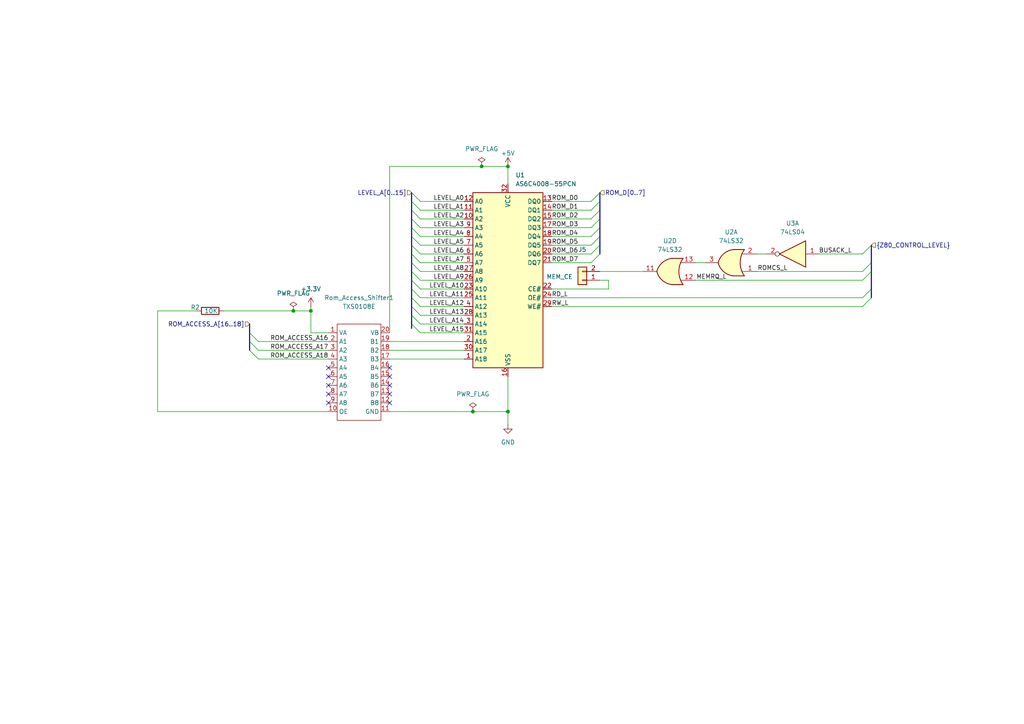
<source format=kicad_sch>
(kicad_sch
	(version 20231120)
	(generator "eeschema")
	(generator_version "8.0")
	(uuid "bfc7d09b-237d-4377-bd78-17d1aeeaf78c")
	(paper "A4")
	(lib_symbols
		(symbol "74xx:74LS04"
			(exclude_from_sim no)
			(in_bom yes)
			(on_board yes)
			(property "Reference" "U"
				(at 0 1.27 0)
				(effects
					(font
						(size 1.27 1.27)
					)
				)
			)
			(property "Value" "74LS04"
				(at 0 -1.27 0)
				(effects
					(font
						(size 1.27 1.27)
					)
				)
			)
			(property "Footprint" ""
				(at 0 0 0)
				(effects
					(font
						(size 1.27 1.27)
					)
					(hide yes)
				)
			)
			(property "Datasheet" "http://www.ti.com/lit/gpn/sn74LS04"
				(at 0 0 0)
				(effects
					(font
						(size 1.27 1.27)
					)
					(hide yes)
				)
			)
			(property "Description" "Hex Inverter"
				(at 0 0 0)
				(effects
					(font
						(size 1.27 1.27)
					)
					(hide yes)
				)
			)
			(property "ki_locked" ""
				(at 0 0 0)
				(effects
					(font
						(size 1.27 1.27)
					)
				)
			)
			(property "ki_keywords" "TTL not inv"
				(at 0 0 0)
				(effects
					(font
						(size 1.27 1.27)
					)
					(hide yes)
				)
			)
			(property "ki_fp_filters" "DIP*W7.62mm* SSOP?14* TSSOP?14*"
				(at 0 0 0)
				(effects
					(font
						(size 1.27 1.27)
					)
					(hide yes)
				)
			)
			(symbol "74LS04_1_0"
				(polyline
					(pts
						(xy -3.81 3.81) (xy -3.81 -3.81) (xy 3.81 0) (xy -3.81 3.81)
					)
					(stroke
						(width 0.254)
						(type default)
					)
					(fill
						(type background)
					)
				)
				(pin input line
					(at -7.62 0 0)
					(length 3.81)
					(name "~"
						(effects
							(font
								(size 1.27 1.27)
							)
						)
					)
					(number "1"
						(effects
							(font
								(size 1.27 1.27)
							)
						)
					)
				)
				(pin output inverted
					(at 7.62 0 180)
					(length 3.81)
					(name "~"
						(effects
							(font
								(size 1.27 1.27)
							)
						)
					)
					(number "2"
						(effects
							(font
								(size 1.27 1.27)
							)
						)
					)
				)
			)
			(symbol "74LS04_2_0"
				(polyline
					(pts
						(xy -3.81 3.81) (xy -3.81 -3.81) (xy 3.81 0) (xy -3.81 3.81)
					)
					(stroke
						(width 0.254)
						(type default)
					)
					(fill
						(type background)
					)
				)
				(pin input line
					(at -7.62 0 0)
					(length 3.81)
					(name "~"
						(effects
							(font
								(size 1.27 1.27)
							)
						)
					)
					(number "3"
						(effects
							(font
								(size 1.27 1.27)
							)
						)
					)
				)
				(pin output inverted
					(at 7.62 0 180)
					(length 3.81)
					(name "~"
						(effects
							(font
								(size 1.27 1.27)
							)
						)
					)
					(number "4"
						(effects
							(font
								(size 1.27 1.27)
							)
						)
					)
				)
			)
			(symbol "74LS04_3_0"
				(polyline
					(pts
						(xy -3.81 3.81) (xy -3.81 -3.81) (xy 3.81 0) (xy -3.81 3.81)
					)
					(stroke
						(width 0.254)
						(type default)
					)
					(fill
						(type background)
					)
				)
				(pin input line
					(at -7.62 0 0)
					(length 3.81)
					(name "~"
						(effects
							(font
								(size 1.27 1.27)
							)
						)
					)
					(number "5"
						(effects
							(font
								(size 1.27 1.27)
							)
						)
					)
				)
				(pin output inverted
					(at 7.62 0 180)
					(length 3.81)
					(name "~"
						(effects
							(font
								(size 1.27 1.27)
							)
						)
					)
					(number "6"
						(effects
							(font
								(size 1.27 1.27)
							)
						)
					)
				)
			)
			(symbol "74LS04_4_0"
				(polyline
					(pts
						(xy -3.81 3.81) (xy -3.81 -3.81) (xy 3.81 0) (xy -3.81 3.81)
					)
					(stroke
						(width 0.254)
						(type default)
					)
					(fill
						(type background)
					)
				)
				(pin output inverted
					(at 7.62 0 180)
					(length 3.81)
					(name "~"
						(effects
							(font
								(size 1.27 1.27)
							)
						)
					)
					(number "8"
						(effects
							(font
								(size 1.27 1.27)
							)
						)
					)
				)
				(pin input line
					(at -7.62 0 0)
					(length 3.81)
					(name "~"
						(effects
							(font
								(size 1.27 1.27)
							)
						)
					)
					(number "9"
						(effects
							(font
								(size 1.27 1.27)
							)
						)
					)
				)
			)
			(symbol "74LS04_5_0"
				(polyline
					(pts
						(xy -3.81 3.81) (xy -3.81 -3.81) (xy 3.81 0) (xy -3.81 3.81)
					)
					(stroke
						(width 0.254)
						(type default)
					)
					(fill
						(type background)
					)
				)
				(pin output inverted
					(at 7.62 0 180)
					(length 3.81)
					(name "~"
						(effects
							(font
								(size 1.27 1.27)
							)
						)
					)
					(number "10"
						(effects
							(font
								(size 1.27 1.27)
							)
						)
					)
				)
				(pin input line
					(at -7.62 0 0)
					(length 3.81)
					(name "~"
						(effects
							(font
								(size 1.27 1.27)
							)
						)
					)
					(number "11"
						(effects
							(font
								(size 1.27 1.27)
							)
						)
					)
				)
			)
			(symbol "74LS04_6_0"
				(polyline
					(pts
						(xy -3.81 3.81) (xy -3.81 -3.81) (xy 3.81 0) (xy -3.81 3.81)
					)
					(stroke
						(width 0.254)
						(type default)
					)
					(fill
						(type background)
					)
				)
				(pin output inverted
					(at 7.62 0 180)
					(length 3.81)
					(name "~"
						(effects
							(font
								(size 1.27 1.27)
							)
						)
					)
					(number "12"
						(effects
							(font
								(size 1.27 1.27)
							)
						)
					)
				)
				(pin input line
					(at -7.62 0 0)
					(length 3.81)
					(name "~"
						(effects
							(font
								(size 1.27 1.27)
							)
						)
					)
					(number "13"
						(effects
							(font
								(size 1.27 1.27)
							)
						)
					)
				)
			)
			(symbol "74LS04_7_0"
				(pin power_in line
					(at 0 12.7 270)
					(length 5.08)
					(name "VCC"
						(effects
							(font
								(size 1.27 1.27)
							)
						)
					)
					(number "14"
						(effects
							(font
								(size 1.27 1.27)
							)
						)
					)
				)
				(pin power_in line
					(at 0 -12.7 90)
					(length 5.08)
					(name "GND"
						(effects
							(font
								(size 1.27 1.27)
							)
						)
					)
					(number "7"
						(effects
							(font
								(size 1.27 1.27)
							)
						)
					)
				)
			)
			(symbol "74LS04_7_1"
				(rectangle
					(start -5.08 7.62)
					(end 5.08 -7.62)
					(stroke
						(width 0.254)
						(type default)
					)
					(fill
						(type background)
					)
				)
			)
		)
		(symbol "74xx:74LS32"
			(pin_names
				(offset 1.016)
			)
			(exclude_from_sim no)
			(in_bom yes)
			(on_board yes)
			(property "Reference" "U"
				(at 0 1.27 0)
				(effects
					(font
						(size 1.27 1.27)
					)
				)
			)
			(property "Value" "74LS32"
				(at 0 -1.27 0)
				(effects
					(font
						(size 1.27 1.27)
					)
				)
			)
			(property "Footprint" ""
				(at 0 0 0)
				(effects
					(font
						(size 1.27 1.27)
					)
					(hide yes)
				)
			)
			(property "Datasheet" "http://www.ti.com/lit/gpn/sn74LS32"
				(at 0 0 0)
				(effects
					(font
						(size 1.27 1.27)
					)
					(hide yes)
				)
			)
			(property "Description" "Quad 2-input OR"
				(at 0 0 0)
				(effects
					(font
						(size 1.27 1.27)
					)
					(hide yes)
				)
			)
			(property "ki_locked" ""
				(at 0 0 0)
				(effects
					(font
						(size 1.27 1.27)
					)
				)
			)
			(property "ki_keywords" "TTL Or2"
				(at 0 0 0)
				(effects
					(font
						(size 1.27 1.27)
					)
					(hide yes)
				)
			)
			(property "ki_fp_filters" "DIP?14*"
				(at 0 0 0)
				(effects
					(font
						(size 1.27 1.27)
					)
					(hide yes)
				)
			)
			(symbol "74LS32_1_1"
				(arc
					(start -3.81 -3.81)
					(mid -2.589 0)
					(end -3.81 3.81)
					(stroke
						(width 0.254)
						(type default)
					)
					(fill
						(type none)
					)
				)
				(arc
					(start -0.6096 -3.81)
					(mid 2.1842 -2.5851)
					(end 3.81 0)
					(stroke
						(width 0.254)
						(type default)
					)
					(fill
						(type background)
					)
				)
				(polyline
					(pts
						(xy -3.81 -3.81) (xy -0.635 -3.81)
					)
					(stroke
						(width 0.254)
						(type default)
					)
					(fill
						(type background)
					)
				)
				(polyline
					(pts
						(xy -3.81 3.81) (xy -0.635 3.81)
					)
					(stroke
						(width 0.254)
						(type default)
					)
					(fill
						(type background)
					)
				)
				(polyline
					(pts
						(xy -0.635 3.81) (xy -3.81 3.81) (xy -3.81 3.81) (xy -3.556 3.4036) (xy -3.0226 2.2606) (xy -2.6924 1.0414)
						(xy -2.6162 -0.254) (xy -2.7686 -1.4986) (xy -3.175 -2.7178) (xy -3.81 -3.81) (xy -3.81 -3.81)
						(xy -0.635 -3.81)
					)
					(stroke
						(width -25.4)
						(type default)
					)
					(fill
						(type background)
					)
				)
				(arc
					(start 3.81 0)
					(mid 2.1915 2.5936)
					(end -0.6096 3.81)
					(stroke
						(width 0.254)
						(type default)
					)
					(fill
						(type background)
					)
				)
				(pin input line
					(at -7.62 2.54 0)
					(length 4.318)
					(name "~"
						(effects
							(font
								(size 1.27 1.27)
							)
						)
					)
					(number "1"
						(effects
							(font
								(size 1.27 1.27)
							)
						)
					)
				)
				(pin input line
					(at -7.62 -2.54 0)
					(length 4.318)
					(name "~"
						(effects
							(font
								(size 1.27 1.27)
							)
						)
					)
					(number "2"
						(effects
							(font
								(size 1.27 1.27)
							)
						)
					)
				)
				(pin output line
					(at 7.62 0 180)
					(length 3.81)
					(name "~"
						(effects
							(font
								(size 1.27 1.27)
							)
						)
					)
					(number "3"
						(effects
							(font
								(size 1.27 1.27)
							)
						)
					)
				)
			)
			(symbol "74LS32_1_2"
				(arc
					(start 0 -3.81)
					(mid 3.7934 0)
					(end 0 3.81)
					(stroke
						(width 0.254)
						(type default)
					)
					(fill
						(type background)
					)
				)
				(polyline
					(pts
						(xy 0 3.81) (xy -3.81 3.81) (xy -3.81 -3.81) (xy 0 -3.81)
					)
					(stroke
						(width 0.254)
						(type default)
					)
					(fill
						(type background)
					)
				)
				(pin input inverted
					(at -7.62 2.54 0)
					(length 3.81)
					(name "~"
						(effects
							(font
								(size 1.27 1.27)
							)
						)
					)
					(number "1"
						(effects
							(font
								(size 1.27 1.27)
							)
						)
					)
				)
				(pin input inverted
					(at -7.62 -2.54 0)
					(length 3.81)
					(name "~"
						(effects
							(font
								(size 1.27 1.27)
							)
						)
					)
					(number "2"
						(effects
							(font
								(size 1.27 1.27)
							)
						)
					)
				)
				(pin output inverted
					(at 7.62 0 180)
					(length 3.81)
					(name "~"
						(effects
							(font
								(size 1.27 1.27)
							)
						)
					)
					(number "3"
						(effects
							(font
								(size 1.27 1.27)
							)
						)
					)
				)
			)
			(symbol "74LS32_2_1"
				(arc
					(start -3.81 -3.81)
					(mid -2.589 0)
					(end -3.81 3.81)
					(stroke
						(width 0.254)
						(type default)
					)
					(fill
						(type none)
					)
				)
				(arc
					(start -0.6096 -3.81)
					(mid 2.1842 -2.5851)
					(end 3.81 0)
					(stroke
						(width 0.254)
						(type default)
					)
					(fill
						(type background)
					)
				)
				(polyline
					(pts
						(xy -3.81 -3.81) (xy -0.635 -3.81)
					)
					(stroke
						(width 0.254)
						(type default)
					)
					(fill
						(type background)
					)
				)
				(polyline
					(pts
						(xy -3.81 3.81) (xy -0.635 3.81)
					)
					(stroke
						(width 0.254)
						(type default)
					)
					(fill
						(type background)
					)
				)
				(polyline
					(pts
						(xy -0.635 3.81) (xy -3.81 3.81) (xy -3.81 3.81) (xy -3.556 3.4036) (xy -3.0226 2.2606) (xy -2.6924 1.0414)
						(xy -2.6162 -0.254) (xy -2.7686 -1.4986) (xy -3.175 -2.7178) (xy -3.81 -3.81) (xy -3.81 -3.81)
						(xy -0.635 -3.81)
					)
					(stroke
						(width -25.4)
						(type default)
					)
					(fill
						(type background)
					)
				)
				(arc
					(start 3.81 0)
					(mid 2.1915 2.5936)
					(end -0.6096 3.81)
					(stroke
						(width 0.254)
						(type default)
					)
					(fill
						(type background)
					)
				)
				(pin input line
					(at -7.62 2.54 0)
					(length 4.318)
					(name "~"
						(effects
							(font
								(size 1.27 1.27)
							)
						)
					)
					(number "4"
						(effects
							(font
								(size 1.27 1.27)
							)
						)
					)
				)
				(pin input line
					(at -7.62 -2.54 0)
					(length 4.318)
					(name "~"
						(effects
							(font
								(size 1.27 1.27)
							)
						)
					)
					(number "5"
						(effects
							(font
								(size 1.27 1.27)
							)
						)
					)
				)
				(pin output line
					(at 7.62 0 180)
					(length 3.81)
					(name "~"
						(effects
							(font
								(size 1.27 1.27)
							)
						)
					)
					(number "6"
						(effects
							(font
								(size 1.27 1.27)
							)
						)
					)
				)
			)
			(symbol "74LS32_2_2"
				(arc
					(start 0 -3.81)
					(mid 3.7934 0)
					(end 0 3.81)
					(stroke
						(width 0.254)
						(type default)
					)
					(fill
						(type background)
					)
				)
				(polyline
					(pts
						(xy 0 3.81) (xy -3.81 3.81) (xy -3.81 -3.81) (xy 0 -3.81)
					)
					(stroke
						(width 0.254)
						(type default)
					)
					(fill
						(type background)
					)
				)
				(pin input inverted
					(at -7.62 2.54 0)
					(length 3.81)
					(name "~"
						(effects
							(font
								(size 1.27 1.27)
							)
						)
					)
					(number "4"
						(effects
							(font
								(size 1.27 1.27)
							)
						)
					)
				)
				(pin input inverted
					(at -7.62 -2.54 0)
					(length 3.81)
					(name "~"
						(effects
							(font
								(size 1.27 1.27)
							)
						)
					)
					(number "5"
						(effects
							(font
								(size 1.27 1.27)
							)
						)
					)
				)
				(pin output inverted
					(at 7.62 0 180)
					(length 3.81)
					(name "~"
						(effects
							(font
								(size 1.27 1.27)
							)
						)
					)
					(number "6"
						(effects
							(font
								(size 1.27 1.27)
							)
						)
					)
				)
			)
			(symbol "74LS32_3_1"
				(arc
					(start -3.81 -3.81)
					(mid -2.589 0)
					(end -3.81 3.81)
					(stroke
						(width 0.254)
						(type default)
					)
					(fill
						(type none)
					)
				)
				(arc
					(start -0.6096 -3.81)
					(mid 2.1842 -2.5851)
					(end 3.81 0)
					(stroke
						(width 0.254)
						(type default)
					)
					(fill
						(type background)
					)
				)
				(polyline
					(pts
						(xy -3.81 -3.81) (xy -0.635 -3.81)
					)
					(stroke
						(width 0.254)
						(type default)
					)
					(fill
						(type background)
					)
				)
				(polyline
					(pts
						(xy -3.81 3.81) (xy -0.635 3.81)
					)
					(stroke
						(width 0.254)
						(type default)
					)
					(fill
						(type background)
					)
				)
				(polyline
					(pts
						(xy -0.635 3.81) (xy -3.81 3.81) (xy -3.81 3.81) (xy -3.556 3.4036) (xy -3.0226 2.2606) (xy -2.6924 1.0414)
						(xy -2.6162 -0.254) (xy -2.7686 -1.4986) (xy -3.175 -2.7178) (xy -3.81 -3.81) (xy -3.81 -3.81)
						(xy -0.635 -3.81)
					)
					(stroke
						(width -25.4)
						(type default)
					)
					(fill
						(type background)
					)
				)
				(arc
					(start 3.81 0)
					(mid 2.1915 2.5936)
					(end -0.6096 3.81)
					(stroke
						(width 0.254)
						(type default)
					)
					(fill
						(type background)
					)
				)
				(pin input line
					(at -7.62 -2.54 0)
					(length 4.318)
					(name "~"
						(effects
							(font
								(size 1.27 1.27)
							)
						)
					)
					(number "10"
						(effects
							(font
								(size 1.27 1.27)
							)
						)
					)
				)
				(pin output line
					(at 7.62 0 180)
					(length 3.81)
					(name "~"
						(effects
							(font
								(size 1.27 1.27)
							)
						)
					)
					(number "8"
						(effects
							(font
								(size 1.27 1.27)
							)
						)
					)
				)
				(pin input line
					(at -7.62 2.54 0)
					(length 4.318)
					(name "~"
						(effects
							(font
								(size 1.27 1.27)
							)
						)
					)
					(number "9"
						(effects
							(font
								(size 1.27 1.27)
							)
						)
					)
				)
			)
			(symbol "74LS32_3_2"
				(arc
					(start 0 -3.81)
					(mid 3.7934 0)
					(end 0 3.81)
					(stroke
						(width 0.254)
						(type default)
					)
					(fill
						(type background)
					)
				)
				(polyline
					(pts
						(xy 0 3.81) (xy -3.81 3.81) (xy -3.81 -3.81) (xy 0 -3.81)
					)
					(stroke
						(width 0.254)
						(type default)
					)
					(fill
						(type background)
					)
				)
				(pin input inverted
					(at -7.62 -2.54 0)
					(length 3.81)
					(name "~"
						(effects
							(font
								(size 1.27 1.27)
							)
						)
					)
					(number "10"
						(effects
							(font
								(size 1.27 1.27)
							)
						)
					)
				)
				(pin output inverted
					(at 7.62 0 180)
					(length 3.81)
					(name "~"
						(effects
							(font
								(size 1.27 1.27)
							)
						)
					)
					(number "8"
						(effects
							(font
								(size 1.27 1.27)
							)
						)
					)
				)
				(pin input inverted
					(at -7.62 2.54 0)
					(length 3.81)
					(name "~"
						(effects
							(font
								(size 1.27 1.27)
							)
						)
					)
					(number "9"
						(effects
							(font
								(size 1.27 1.27)
							)
						)
					)
				)
			)
			(symbol "74LS32_4_1"
				(arc
					(start -3.81 -3.81)
					(mid -2.589 0)
					(end -3.81 3.81)
					(stroke
						(width 0.254)
						(type default)
					)
					(fill
						(type none)
					)
				)
				(arc
					(start -0.6096 -3.81)
					(mid 2.1842 -2.5851)
					(end 3.81 0)
					(stroke
						(width 0.254)
						(type default)
					)
					(fill
						(type background)
					)
				)
				(polyline
					(pts
						(xy -3.81 -3.81) (xy -0.635 -3.81)
					)
					(stroke
						(width 0.254)
						(type default)
					)
					(fill
						(type background)
					)
				)
				(polyline
					(pts
						(xy -3.81 3.81) (xy -0.635 3.81)
					)
					(stroke
						(width 0.254)
						(type default)
					)
					(fill
						(type background)
					)
				)
				(polyline
					(pts
						(xy -0.635 3.81) (xy -3.81 3.81) (xy -3.81 3.81) (xy -3.556 3.4036) (xy -3.0226 2.2606) (xy -2.6924 1.0414)
						(xy -2.6162 -0.254) (xy -2.7686 -1.4986) (xy -3.175 -2.7178) (xy -3.81 -3.81) (xy -3.81 -3.81)
						(xy -0.635 -3.81)
					)
					(stroke
						(width -25.4)
						(type default)
					)
					(fill
						(type background)
					)
				)
				(arc
					(start 3.81 0)
					(mid 2.1915 2.5936)
					(end -0.6096 3.81)
					(stroke
						(width 0.254)
						(type default)
					)
					(fill
						(type background)
					)
				)
				(pin output line
					(at 7.62 0 180)
					(length 3.81)
					(name "~"
						(effects
							(font
								(size 1.27 1.27)
							)
						)
					)
					(number "11"
						(effects
							(font
								(size 1.27 1.27)
							)
						)
					)
				)
				(pin input line
					(at -7.62 2.54 0)
					(length 4.318)
					(name "~"
						(effects
							(font
								(size 1.27 1.27)
							)
						)
					)
					(number "12"
						(effects
							(font
								(size 1.27 1.27)
							)
						)
					)
				)
				(pin input line
					(at -7.62 -2.54 0)
					(length 4.318)
					(name "~"
						(effects
							(font
								(size 1.27 1.27)
							)
						)
					)
					(number "13"
						(effects
							(font
								(size 1.27 1.27)
							)
						)
					)
				)
			)
			(symbol "74LS32_4_2"
				(arc
					(start 0 -3.81)
					(mid 3.7934 0)
					(end 0 3.81)
					(stroke
						(width 0.254)
						(type default)
					)
					(fill
						(type background)
					)
				)
				(polyline
					(pts
						(xy 0 3.81) (xy -3.81 3.81) (xy -3.81 -3.81) (xy 0 -3.81)
					)
					(stroke
						(width 0.254)
						(type default)
					)
					(fill
						(type background)
					)
				)
				(pin output inverted
					(at 7.62 0 180)
					(length 3.81)
					(name "~"
						(effects
							(font
								(size 1.27 1.27)
							)
						)
					)
					(number "11"
						(effects
							(font
								(size 1.27 1.27)
							)
						)
					)
				)
				(pin input inverted
					(at -7.62 2.54 0)
					(length 3.81)
					(name "~"
						(effects
							(font
								(size 1.27 1.27)
							)
						)
					)
					(number "12"
						(effects
							(font
								(size 1.27 1.27)
							)
						)
					)
				)
				(pin input inverted
					(at -7.62 -2.54 0)
					(length 3.81)
					(name "~"
						(effects
							(font
								(size 1.27 1.27)
							)
						)
					)
					(number "13"
						(effects
							(font
								(size 1.27 1.27)
							)
						)
					)
				)
			)
			(symbol "74LS32_5_0"
				(pin power_in line
					(at 0 12.7 270)
					(length 5.08)
					(name "VCC"
						(effects
							(font
								(size 1.27 1.27)
							)
						)
					)
					(number "14"
						(effects
							(font
								(size 1.27 1.27)
							)
						)
					)
				)
				(pin power_in line
					(at 0 -12.7 90)
					(length 5.08)
					(name "GND"
						(effects
							(font
								(size 1.27 1.27)
							)
						)
					)
					(number "7"
						(effects
							(font
								(size 1.27 1.27)
							)
						)
					)
				)
			)
			(symbol "74LS32_5_1"
				(rectangle
					(start -5.08 7.62)
					(end 5.08 -7.62)
					(stroke
						(width 0.254)
						(type default)
					)
					(fill
						(type background)
					)
				)
			)
		)
		(symbol "Connector_Generic:Conn_01x02"
			(pin_names
				(offset 1.016) hide)
			(exclude_from_sim no)
			(in_bom yes)
			(on_board yes)
			(property "Reference" "J"
				(at 0 2.54 0)
				(effects
					(font
						(size 1.27 1.27)
					)
				)
			)
			(property "Value" "Conn_01x02"
				(at 0 -5.08 0)
				(effects
					(font
						(size 1.27 1.27)
					)
				)
			)
			(property "Footprint" ""
				(at 0 0 0)
				(effects
					(font
						(size 1.27 1.27)
					)
					(hide yes)
				)
			)
			(property "Datasheet" "~"
				(at 0 0 0)
				(effects
					(font
						(size 1.27 1.27)
					)
					(hide yes)
				)
			)
			(property "Description" "Generic connector, single row, 01x02, script generated (kicad-library-utils/schlib/autogen/connector/)"
				(at 0 0 0)
				(effects
					(font
						(size 1.27 1.27)
					)
					(hide yes)
				)
			)
			(property "ki_keywords" "connector"
				(at 0 0 0)
				(effects
					(font
						(size 1.27 1.27)
					)
					(hide yes)
				)
			)
			(property "ki_fp_filters" "Connector*:*_1x??_*"
				(at 0 0 0)
				(effects
					(font
						(size 1.27 1.27)
					)
					(hide yes)
				)
			)
			(symbol "Conn_01x02_1_1"
				(rectangle
					(start -1.27 -2.413)
					(end 0 -2.667)
					(stroke
						(width 0.1524)
						(type default)
					)
					(fill
						(type none)
					)
				)
				(rectangle
					(start -1.27 0.127)
					(end 0 -0.127)
					(stroke
						(width 0.1524)
						(type default)
					)
					(fill
						(type none)
					)
				)
				(rectangle
					(start -1.27 1.27)
					(end 1.27 -3.81)
					(stroke
						(width 0.254)
						(type default)
					)
					(fill
						(type background)
					)
				)
				(pin passive line
					(at -5.08 0 0)
					(length 3.81)
					(name "Pin_1"
						(effects
							(font
								(size 1.27 1.27)
							)
						)
					)
					(number "1"
						(effects
							(font
								(size 1.27 1.27)
							)
						)
					)
				)
				(pin passive line
					(at -5.08 -2.54 0)
					(length 3.81)
					(name "Pin_2"
						(effects
							(font
								(size 1.27 1.27)
							)
						)
					)
					(number "2"
						(effects
							(font
								(size 1.27 1.27)
							)
						)
					)
				)
			)
		)
		(symbol "Device:R"
			(pin_numbers hide)
			(pin_names
				(offset 0)
			)
			(exclude_from_sim no)
			(in_bom yes)
			(on_board yes)
			(property "Reference" "R"
				(at 2.032 0 90)
				(effects
					(font
						(size 1.27 1.27)
					)
				)
			)
			(property "Value" "R"
				(at 0 0 90)
				(effects
					(font
						(size 1.27 1.27)
					)
				)
			)
			(property "Footprint" ""
				(at -1.778 0 90)
				(effects
					(font
						(size 1.27 1.27)
					)
					(hide yes)
				)
			)
			(property "Datasheet" "~"
				(at 0 0 0)
				(effects
					(font
						(size 1.27 1.27)
					)
					(hide yes)
				)
			)
			(property "Description" "Resistor"
				(at 0 0 0)
				(effects
					(font
						(size 1.27 1.27)
					)
					(hide yes)
				)
			)
			(property "ki_keywords" "R res resistor"
				(at 0 0 0)
				(effects
					(font
						(size 1.27 1.27)
					)
					(hide yes)
				)
			)
			(property "ki_fp_filters" "R_*"
				(at 0 0 0)
				(effects
					(font
						(size 1.27 1.27)
					)
					(hide yes)
				)
			)
			(symbol "R_0_1"
				(rectangle
					(start -1.016 -2.54)
					(end 1.016 2.54)
					(stroke
						(width 0.254)
						(type default)
					)
					(fill
						(type none)
					)
				)
			)
			(symbol "R_1_1"
				(pin passive line
					(at 0 3.81 270)
					(length 1.27)
					(name "~"
						(effects
							(font
								(size 1.27 1.27)
							)
						)
					)
					(number "1"
						(effects
							(font
								(size 1.27 1.27)
							)
						)
					)
				)
				(pin passive line
					(at 0 -3.81 90)
					(length 1.27)
					(name "~"
						(effects
							(font
								(size 1.27 1.27)
							)
						)
					)
					(number "2"
						(effects
							(font
								(size 1.27 1.27)
							)
						)
					)
				)
			)
		)
		(symbol "FujiNet 4.0:TXS0108E_BREAKOUT"
			(exclude_from_sim no)
			(in_bom yes)
			(on_board yes)
			(property "Reference" "U"
				(at 0 0 0)
				(effects
					(font
						(size 1.27 1.27)
					)
					(justify top)
				)
			)
			(property "Value" "TXS0108E"
				(at 0 0 0)
				(effects
					(font
						(size 1.27 1.27)
					)
					(justify bottom)
				)
			)
			(property "Footprint" ""
				(at 0 0 0)
				(effects
					(font
						(size 1.27 1.27)
					)
					(hide yes)
				)
			)
			(property "Datasheet" "https://www.ti.com/product/TXS0108E"
				(at 0 0 0)
				(effects
					(font
						(size 1.27 1.27)
					)
					(hide yes)
				)
			)
			(property "Description" "Eight-bit bidirectional voltage-level shifter"
				(at 0 0 0)
				(effects
					(font
						(size 1.27 1.27)
					)
					(hide yes)
				)
			)
			(symbol "TXS0108E_BREAKOUT_0_1"
				(rectangle
					(start -6.35 13.97)
					(end 6.35 -13.97)
					(stroke
						(width 0)
						(type default)
					)
					(fill
						(type none)
					)
				)
			)
			(symbol "TXS0108E_BREAKOUT_1_1"
				(pin power_in line
					(at -8.89 11.43 0)
					(length 2.54)
					(name "VA"
						(effects
							(font
								(size 1.27 1.27)
							)
						)
					)
					(number "1"
						(effects
							(font
								(size 1.27 1.27)
							)
						)
					)
				)
				(pin input line
					(at -8.89 -11.43 0)
					(length 2.54)
					(name "OE"
						(effects
							(font
								(size 1.27 1.27)
							)
						)
					)
					(number "10"
						(effects
							(font
								(size 1.27 1.27)
							)
						)
					)
				)
				(pin power_in line
					(at 8.89 -11.43 180)
					(length 2.54)
					(name "GND"
						(effects
							(font
								(size 1.27 1.27)
							)
						)
					)
					(number "11"
						(effects
							(font
								(size 1.27 1.27)
							)
						)
					)
				)
				(pin bidirectional line
					(at 8.89 -8.89 180)
					(length 2.54)
					(name "B8"
						(effects
							(font
								(size 1.27 1.27)
							)
						)
					)
					(number "12"
						(effects
							(font
								(size 1.27 1.27)
							)
						)
					)
				)
				(pin bidirectional line
					(at 8.89 -6.35 180)
					(length 2.54)
					(name "B7"
						(effects
							(font
								(size 1.27 1.27)
							)
						)
					)
					(number "13"
						(effects
							(font
								(size 1.27 1.27)
							)
						)
					)
				)
				(pin bidirectional line
					(at 8.89 -3.81 180)
					(length 2.54)
					(name "B6"
						(effects
							(font
								(size 1.27 1.27)
							)
						)
					)
					(number "14"
						(effects
							(font
								(size 1.27 1.27)
							)
						)
					)
				)
				(pin bidirectional line
					(at 8.89 -1.27 180)
					(length 2.54)
					(name "B5"
						(effects
							(font
								(size 1.27 1.27)
							)
						)
					)
					(number "15"
						(effects
							(font
								(size 1.27 1.27)
							)
						)
					)
				)
				(pin bidirectional line
					(at 8.89 1.27 180)
					(length 2.54)
					(name "B4"
						(effects
							(font
								(size 1.27 1.27)
							)
						)
					)
					(number "16"
						(effects
							(font
								(size 1.27 1.27)
							)
						)
					)
				)
				(pin bidirectional line
					(at 8.89 3.81 180)
					(length 2.54)
					(name "B3"
						(effects
							(font
								(size 1.27 1.27)
							)
						)
					)
					(number "17"
						(effects
							(font
								(size 1.27 1.27)
							)
						)
					)
				)
				(pin bidirectional line
					(at 8.89 6.35 180)
					(length 2.54)
					(name "B2"
						(effects
							(font
								(size 1.27 1.27)
							)
						)
					)
					(number "18"
						(effects
							(font
								(size 1.27 1.27)
							)
						)
					)
				)
				(pin bidirectional line
					(at 8.89 8.89 180)
					(length 2.54)
					(name "B1"
						(effects
							(font
								(size 1.27 1.27)
							)
						)
					)
					(number "19"
						(effects
							(font
								(size 1.27 1.27)
							)
						)
					)
				)
				(pin bidirectional line
					(at -8.89 8.89 0)
					(length 2.54)
					(name "A1"
						(effects
							(font
								(size 1.27 1.27)
							)
						)
					)
					(number "2"
						(effects
							(font
								(size 1.27 1.27)
							)
						)
					)
				)
				(pin power_in line
					(at 8.89 11.43 180)
					(length 2.54)
					(name "VB"
						(effects
							(font
								(size 1.27 1.27)
							)
						)
					)
					(number "20"
						(effects
							(font
								(size 1.27 1.27)
							)
						)
					)
				)
				(pin bidirectional line
					(at -8.89 6.35 0)
					(length 2.54)
					(name "A2"
						(effects
							(font
								(size 1.27 1.27)
							)
						)
					)
					(number "3"
						(effects
							(font
								(size 1.27 1.27)
							)
						)
					)
				)
				(pin bidirectional line
					(at -8.89 3.81 0)
					(length 2.54)
					(name "A3"
						(effects
							(font
								(size 1.27 1.27)
							)
						)
					)
					(number "4"
						(effects
							(font
								(size 1.27 1.27)
							)
						)
					)
				)
				(pin bidirectional line
					(at -8.89 1.27 0)
					(length 2.54)
					(name "A4"
						(effects
							(font
								(size 1.27 1.27)
							)
						)
					)
					(number "5"
						(effects
							(font
								(size 1.27 1.27)
							)
						)
					)
				)
				(pin bidirectional line
					(at -8.89 -1.27 0)
					(length 2.54)
					(name "A5"
						(effects
							(font
								(size 1.27 1.27)
							)
						)
					)
					(number "6"
						(effects
							(font
								(size 1.27 1.27)
							)
						)
					)
				)
				(pin bidirectional line
					(at -8.89 -3.81 0)
					(length 2.54)
					(name "A6"
						(effects
							(font
								(size 1.27 1.27)
							)
						)
					)
					(number "7"
						(effects
							(font
								(size 1.27 1.27)
							)
						)
					)
				)
				(pin bidirectional line
					(at -8.89 -6.35 0)
					(length 2.54)
					(name "A7"
						(effects
							(font
								(size 1.27 1.27)
							)
						)
					)
					(number "8"
						(effects
							(font
								(size 1.27 1.27)
							)
						)
					)
				)
				(pin bidirectional line
					(at -8.89 -8.89 0)
					(length 2.54)
					(name "A8"
						(effects
							(font
								(size 1.27 1.27)
							)
						)
					)
					(number "9"
						(effects
							(font
								(size 1.27 1.27)
							)
						)
					)
				)
			)
		)
		(symbol "Memory_RAM:AS6C4008-55PCN"
			(exclude_from_sim no)
			(in_bom yes)
			(on_board yes)
			(property "Reference" "U"
				(at -10.16 26.035 0)
				(effects
					(font
						(size 1.27 1.27)
					)
					(justify left bottom)
				)
			)
			(property "Value" "AS6C4008-55PCN"
				(at 2.54 26.035 0)
				(effects
					(font
						(size 1.27 1.27)
					)
					(justify left bottom)
				)
			)
			(property "Footprint" "Package_DIP:DIP-32_W15.24mm"
				(at 0 2.54 0)
				(effects
					(font
						(size 1.27 1.27)
					)
					(hide yes)
				)
			)
			(property "Datasheet" "https://www.alliancememory.com/wp-content/uploads/pdf/AS6C4008.pdf"
				(at 0 2.54 0)
				(effects
					(font
						(size 1.27 1.27)
					)
					(hide yes)
				)
			)
			(property "Description" "512K x 8 Low Power CMOS RAM, DIP-32"
				(at 0 0 0)
				(effects
					(font
						(size 1.27 1.27)
					)
					(hide yes)
				)
			)
			(property "ki_keywords" "RAM SRAM CMOS MEMORY"
				(at 0 0 0)
				(effects
					(font
						(size 1.27 1.27)
					)
					(hide yes)
				)
			)
			(property "ki_fp_filters" "DIP*W15.24mm*"
				(at 0 0 0)
				(effects
					(font
						(size 1.27 1.27)
					)
					(hide yes)
				)
			)
			(symbol "AS6C4008-55PCN_0_0"
				(pin power_in line
					(at 0 -27.94 90)
					(length 2.54)
					(name "VSS"
						(effects
							(font
								(size 1.27 1.27)
							)
						)
					)
					(number "16"
						(effects
							(font
								(size 1.27 1.27)
							)
						)
					)
				)
				(pin power_in line
					(at 0 27.94 270)
					(length 2.54)
					(name "VCC"
						(effects
							(font
								(size 1.27 1.27)
							)
						)
					)
					(number "32"
						(effects
							(font
								(size 1.27 1.27)
							)
						)
					)
				)
			)
			(symbol "AS6C4008-55PCN_0_1"
				(rectangle
					(start -10.16 25.4)
					(end 10.16 -25.4)
					(stroke
						(width 0.254)
						(type default)
					)
					(fill
						(type background)
					)
				)
			)
			(symbol "AS6C4008-55PCN_1_1"
				(pin input line
					(at -12.7 -22.86 0)
					(length 2.54)
					(name "A18"
						(effects
							(font
								(size 1.27 1.27)
							)
						)
					)
					(number "1"
						(effects
							(font
								(size 1.27 1.27)
							)
						)
					)
				)
				(pin input line
					(at -12.7 17.78 0)
					(length 2.54)
					(name "A2"
						(effects
							(font
								(size 1.27 1.27)
							)
						)
					)
					(number "10"
						(effects
							(font
								(size 1.27 1.27)
							)
						)
					)
				)
				(pin input line
					(at -12.7 20.32 0)
					(length 2.54)
					(name "A1"
						(effects
							(font
								(size 1.27 1.27)
							)
						)
					)
					(number "11"
						(effects
							(font
								(size 1.27 1.27)
							)
						)
					)
				)
				(pin input line
					(at -12.7 22.86 0)
					(length 2.54)
					(name "A0"
						(effects
							(font
								(size 1.27 1.27)
							)
						)
					)
					(number "12"
						(effects
							(font
								(size 1.27 1.27)
							)
						)
					)
				)
				(pin tri_state line
					(at 12.7 22.86 180)
					(length 2.54)
					(name "DQ0"
						(effects
							(font
								(size 1.27 1.27)
							)
						)
					)
					(number "13"
						(effects
							(font
								(size 1.27 1.27)
							)
						)
					)
				)
				(pin tri_state line
					(at 12.7 20.32 180)
					(length 2.54)
					(name "DQ1"
						(effects
							(font
								(size 1.27 1.27)
							)
						)
					)
					(number "14"
						(effects
							(font
								(size 1.27 1.27)
							)
						)
					)
				)
				(pin tri_state line
					(at 12.7 17.78 180)
					(length 2.54)
					(name "DQ2"
						(effects
							(font
								(size 1.27 1.27)
							)
						)
					)
					(number "15"
						(effects
							(font
								(size 1.27 1.27)
							)
						)
					)
				)
				(pin tri_state line
					(at 12.7 15.24 180)
					(length 2.54)
					(name "DQ3"
						(effects
							(font
								(size 1.27 1.27)
							)
						)
					)
					(number "17"
						(effects
							(font
								(size 1.27 1.27)
							)
						)
					)
				)
				(pin tri_state line
					(at 12.7 12.7 180)
					(length 2.54)
					(name "DQ4"
						(effects
							(font
								(size 1.27 1.27)
							)
						)
					)
					(number "18"
						(effects
							(font
								(size 1.27 1.27)
							)
						)
					)
				)
				(pin tri_state line
					(at 12.7 10.16 180)
					(length 2.54)
					(name "DQ5"
						(effects
							(font
								(size 1.27 1.27)
							)
						)
					)
					(number "19"
						(effects
							(font
								(size 1.27 1.27)
							)
						)
					)
				)
				(pin input line
					(at -12.7 -17.78 0)
					(length 2.54)
					(name "A16"
						(effects
							(font
								(size 1.27 1.27)
							)
						)
					)
					(number "2"
						(effects
							(font
								(size 1.27 1.27)
							)
						)
					)
				)
				(pin tri_state line
					(at 12.7 7.62 180)
					(length 2.54)
					(name "DQ6"
						(effects
							(font
								(size 1.27 1.27)
							)
						)
					)
					(number "20"
						(effects
							(font
								(size 1.27 1.27)
							)
						)
					)
				)
				(pin tri_state line
					(at 12.7 5.08 180)
					(length 2.54)
					(name "DQ7"
						(effects
							(font
								(size 1.27 1.27)
							)
						)
					)
					(number "21"
						(effects
							(font
								(size 1.27 1.27)
							)
						)
					)
				)
				(pin input line
					(at 12.7 -2.54 180)
					(length 2.54)
					(name "CE#"
						(effects
							(font
								(size 1.27 1.27)
							)
						)
					)
					(number "22"
						(effects
							(font
								(size 1.27 1.27)
							)
						)
					)
				)
				(pin input line
					(at -12.7 -2.54 0)
					(length 2.54)
					(name "A10"
						(effects
							(font
								(size 1.27 1.27)
							)
						)
					)
					(number "23"
						(effects
							(font
								(size 1.27 1.27)
							)
						)
					)
				)
				(pin input line
					(at 12.7 -5.08 180)
					(length 2.54)
					(name "OE#"
						(effects
							(font
								(size 1.27 1.27)
							)
						)
					)
					(number "24"
						(effects
							(font
								(size 1.27 1.27)
							)
						)
					)
				)
				(pin input line
					(at -12.7 -5.08 0)
					(length 2.54)
					(name "A11"
						(effects
							(font
								(size 1.27 1.27)
							)
						)
					)
					(number "25"
						(effects
							(font
								(size 1.27 1.27)
							)
						)
					)
				)
				(pin input line
					(at -12.7 0 0)
					(length 2.54)
					(name "A9"
						(effects
							(font
								(size 1.27 1.27)
							)
						)
					)
					(number "26"
						(effects
							(font
								(size 1.27 1.27)
							)
						)
					)
				)
				(pin input line
					(at -12.7 2.54 0)
					(length 2.54)
					(name "A8"
						(effects
							(font
								(size 1.27 1.27)
							)
						)
					)
					(number "27"
						(effects
							(font
								(size 1.27 1.27)
							)
						)
					)
				)
				(pin input line
					(at -12.7 -10.16 0)
					(length 2.54)
					(name "A13"
						(effects
							(font
								(size 1.27 1.27)
							)
						)
					)
					(number "28"
						(effects
							(font
								(size 1.27 1.27)
							)
						)
					)
				)
				(pin input line
					(at 12.7 -7.62 180)
					(length 2.54)
					(name "WE#"
						(effects
							(font
								(size 1.27 1.27)
							)
						)
					)
					(number "29"
						(effects
							(font
								(size 1.27 1.27)
							)
						)
					)
				)
				(pin input line
					(at -12.7 -12.7 0)
					(length 2.54)
					(name "A14"
						(effects
							(font
								(size 1.27 1.27)
							)
						)
					)
					(number "3"
						(effects
							(font
								(size 1.27 1.27)
							)
						)
					)
				)
				(pin input line
					(at -12.7 -20.32 0)
					(length 2.54)
					(name "A17"
						(effects
							(font
								(size 1.27 1.27)
							)
						)
					)
					(number "30"
						(effects
							(font
								(size 1.27 1.27)
							)
						)
					)
				)
				(pin input line
					(at -12.7 -15.24 0)
					(length 2.54)
					(name "A15"
						(effects
							(font
								(size 1.27 1.27)
							)
						)
					)
					(number "31"
						(effects
							(font
								(size 1.27 1.27)
							)
						)
					)
				)
				(pin input line
					(at -12.7 -7.62 0)
					(length 2.54)
					(name "A12"
						(effects
							(font
								(size 1.27 1.27)
							)
						)
					)
					(number "4"
						(effects
							(font
								(size 1.27 1.27)
							)
						)
					)
				)
				(pin input line
					(at -12.7 5.08 0)
					(length 2.54)
					(name "A7"
						(effects
							(font
								(size 1.27 1.27)
							)
						)
					)
					(number "5"
						(effects
							(font
								(size 1.27 1.27)
							)
						)
					)
				)
				(pin input line
					(at -12.7 7.62 0)
					(length 2.54)
					(name "A6"
						(effects
							(font
								(size 1.27 1.27)
							)
						)
					)
					(number "6"
						(effects
							(font
								(size 1.27 1.27)
							)
						)
					)
				)
				(pin input line
					(at -12.7 10.16 0)
					(length 2.54)
					(name "A5"
						(effects
							(font
								(size 1.27 1.27)
							)
						)
					)
					(number "7"
						(effects
							(font
								(size 1.27 1.27)
							)
						)
					)
				)
				(pin input line
					(at -12.7 12.7 0)
					(length 2.54)
					(name "A4"
						(effects
							(font
								(size 1.27 1.27)
							)
						)
					)
					(number "8"
						(effects
							(font
								(size 1.27 1.27)
							)
						)
					)
				)
				(pin input line
					(at -12.7 15.24 0)
					(length 2.54)
					(name "A3"
						(effects
							(font
								(size 1.27 1.27)
							)
						)
					)
					(number "9"
						(effects
							(font
								(size 1.27 1.27)
							)
						)
					)
				)
			)
		)
		(symbol "power:+3.3V"
			(power)
			(pin_numbers hide)
			(pin_names
				(offset 0) hide)
			(exclude_from_sim no)
			(in_bom yes)
			(on_board yes)
			(property "Reference" "#PWR"
				(at 0 -3.81 0)
				(effects
					(font
						(size 1.27 1.27)
					)
					(hide yes)
				)
			)
			(property "Value" "+3.3V"
				(at 0 3.556 0)
				(effects
					(font
						(size 1.27 1.27)
					)
				)
			)
			(property "Footprint" ""
				(at 0 0 0)
				(effects
					(font
						(size 1.27 1.27)
					)
					(hide yes)
				)
			)
			(property "Datasheet" ""
				(at 0 0 0)
				(effects
					(font
						(size 1.27 1.27)
					)
					(hide yes)
				)
			)
			(property "Description" "Power symbol creates a global label with name \"+3.3V\""
				(at 0 0 0)
				(effects
					(font
						(size 1.27 1.27)
					)
					(hide yes)
				)
			)
			(property "ki_keywords" "global power"
				(at 0 0 0)
				(effects
					(font
						(size 1.27 1.27)
					)
					(hide yes)
				)
			)
			(symbol "+3.3V_0_1"
				(polyline
					(pts
						(xy -0.762 1.27) (xy 0 2.54)
					)
					(stroke
						(width 0)
						(type default)
					)
					(fill
						(type none)
					)
				)
				(polyline
					(pts
						(xy 0 0) (xy 0 2.54)
					)
					(stroke
						(width 0)
						(type default)
					)
					(fill
						(type none)
					)
				)
				(polyline
					(pts
						(xy 0 2.54) (xy 0.762 1.27)
					)
					(stroke
						(width 0)
						(type default)
					)
					(fill
						(type none)
					)
				)
			)
			(symbol "+3.3V_1_1"
				(pin power_in line
					(at 0 0 90)
					(length 0)
					(name "~"
						(effects
							(font
								(size 1.27 1.27)
							)
						)
					)
					(number "1"
						(effects
							(font
								(size 1.27 1.27)
							)
						)
					)
				)
			)
		)
		(symbol "power:+5V"
			(power)
			(pin_numbers hide)
			(pin_names
				(offset 0) hide)
			(exclude_from_sim no)
			(in_bom yes)
			(on_board yes)
			(property "Reference" "#PWR"
				(at 0 -3.81 0)
				(effects
					(font
						(size 1.27 1.27)
					)
					(hide yes)
				)
			)
			(property "Value" "+5V"
				(at 0 3.556 0)
				(effects
					(font
						(size 1.27 1.27)
					)
				)
			)
			(property "Footprint" ""
				(at 0 0 0)
				(effects
					(font
						(size 1.27 1.27)
					)
					(hide yes)
				)
			)
			(property "Datasheet" ""
				(at 0 0 0)
				(effects
					(font
						(size 1.27 1.27)
					)
					(hide yes)
				)
			)
			(property "Description" "Power symbol creates a global label with name \"+5V\""
				(at 0 0 0)
				(effects
					(font
						(size 1.27 1.27)
					)
					(hide yes)
				)
			)
			(property "ki_keywords" "global power"
				(at 0 0 0)
				(effects
					(font
						(size 1.27 1.27)
					)
					(hide yes)
				)
			)
			(symbol "+5V_0_1"
				(polyline
					(pts
						(xy -0.762 1.27) (xy 0 2.54)
					)
					(stroke
						(width 0)
						(type default)
					)
					(fill
						(type none)
					)
				)
				(polyline
					(pts
						(xy 0 0) (xy 0 2.54)
					)
					(stroke
						(width 0)
						(type default)
					)
					(fill
						(type none)
					)
				)
				(polyline
					(pts
						(xy 0 2.54) (xy 0.762 1.27)
					)
					(stroke
						(width 0)
						(type default)
					)
					(fill
						(type none)
					)
				)
			)
			(symbol "+5V_1_1"
				(pin power_in line
					(at 0 0 90)
					(length 0)
					(name "~"
						(effects
							(font
								(size 1.27 1.27)
							)
						)
					)
					(number "1"
						(effects
							(font
								(size 1.27 1.27)
							)
						)
					)
				)
			)
		)
		(symbol "power:GND"
			(power)
			(pin_numbers hide)
			(pin_names
				(offset 0) hide)
			(exclude_from_sim no)
			(in_bom yes)
			(on_board yes)
			(property "Reference" "#PWR"
				(at 0 -6.35 0)
				(effects
					(font
						(size 1.27 1.27)
					)
					(hide yes)
				)
			)
			(property "Value" "GND"
				(at 0 -3.81 0)
				(effects
					(font
						(size 1.27 1.27)
					)
				)
			)
			(property "Footprint" ""
				(at 0 0 0)
				(effects
					(font
						(size 1.27 1.27)
					)
					(hide yes)
				)
			)
			(property "Datasheet" ""
				(at 0 0 0)
				(effects
					(font
						(size 1.27 1.27)
					)
					(hide yes)
				)
			)
			(property "Description" "Power symbol creates a global label with name \"GND\" , ground"
				(at 0 0 0)
				(effects
					(font
						(size 1.27 1.27)
					)
					(hide yes)
				)
			)
			(property "ki_keywords" "global power"
				(at 0 0 0)
				(effects
					(font
						(size 1.27 1.27)
					)
					(hide yes)
				)
			)
			(symbol "GND_0_1"
				(polyline
					(pts
						(xy 0 0) (xy 0 -1.27) (xy 1.27 -1.27) (xy 0 -2.54) (xy -1.27 -1.27) (xy 0 -1.27)
					)
					(stroke
						(width 0)
						(type default)
					)
					(fill
						(type none)
					)
				)
			)
			(symbol "GND_1_1"
				(pin power_in line
					(at 0 0 270)
					(length 0)
					(name "~"
						(effects
							(font
								(size 1.27 1.27)
							)
						)
					)
					(number "1"
						(effects
							(font
								(size 1.27 1.27)
							)
						)
					)
				)
			)
		)
		(symbol "power:PWR_FLAG"
			(power)
			(pin_numbers hide)
			(pin_names
				(offset 0) hide)
			(exclude_from_sim no)
			(in_bom yes)
			(on_board yes)
			(property "Reference" "#FLG"
				(at 0 1.905 0)
				(effects
					(font
						(size 1.27 1.27)
					)
					(hide yes)
				)
			)
			(property "Value" "PWR_FLAG"
				(at 0 3.81 0)
				(effects
					(font
						(size 1.27 1.27)
					)
				)
			)
			(property "Footprint" ""
				(at 0 0 0)
				(effects
					(font
						(size 1.27 1.27)
					)
					(hide yes)
				)
			)
			(property "Datasheet" "~"
				(at 0 0 0)
				(effects
					(font
						(size 1.27 1.27)
					)
					(hide yes)
				)
			)
			(property "Description" "Special symbol for telling ERC where power comes from"
				(at 0 0 0)
				(effects
					(font
						(size 1.27 1.27)
					)
					(hide yes)
				)
			)
			(property "ki_keywords" "flag power"
				(at 0 0 0)
				(effects
					(font
						(size 1.27 1.27)
					)
					(hide yes)
				)
			)
			(symbol "PWR_FLAG_0_0"
				(pin power_out line
					(at 0 0 90)
					(length 0)
					(name "~"
						(effects
							(font
								(size 1.27 1.27)
							)
						)
					)
					(number "1"
						(effects
							(font
								(size 1.27 1.27)
							)
						)
					)
				)
			)
			(symbol "PWR_FLAG_0_1"
				(polyline
					(pts
						(xy 0 0) (xy 0 1.27) (xy -1.016 1.905) (xy 0 2.54) (xy 1.016 1.905) (xy 0 1.27)
					)
					(stroke
						(width 0)
						(type default)
					)
					(fill
						(type none)
					)
				)
			)
		)
	)
	(junction
		(at 85.09 90.17)
		(diameter 0)
		(color 0 0 0 0)
		(uuid "0fc36701-04cb-49ce-8189-27fc15f9c31e")
	)
	(junction
		(at 147.32 48.26)
		(diameter 0)
		(color 0 0 0 0)
		(uuid "3e61b229-a327-4708-b6e0-f9106f034c0c")
	)
	(junction
		(at 139.7 48.26)
		(diameter 0)
		(color 0 0 0 0)
		(uuid "86080ea3-2c75-4ce5-838c-1f2dc4e306be")
	)
	(junction
		(at 137.16 119.38)
		(diameter 0)
		(color 0 0 0 0)
		(uuid "9c7f868a-41a1-4d1e-bdb7-d60774c5887e")
	)
	(junction
		(at 147.32 119.38)
		(diameter 0)
		(color 0 0 0 0)
		(uuid "a2ab9e49-787d-4784-a485-b66682c96411")
	)
	(junction
		(at 90.17 90.17)
		(diameter 0)
		(color 0 0 0 0)
		(uuid "f8df04e4-e8e8-45c3-8b3b-4d1a672d197a")
	)
	(no_connect
		(at 113.03 109.22)
		(uuid "26000172-9aa7-45b6-99ab-d5b7acb6d929")
	)
	(no_connect
		(at 95.25 116.84)
		(uuid "2c2ad00d-0056-4584-bac3-aac7437cc55c")
	)
	(no_connect
		(at 95.25 106.68)
		(uuid "5760656c-26eb-47f5-bb5d-0e07b826d479")
	)
	(no_connect
		(at 113.03 114.3)
		(uuid "713425c0-aa3b-4f84-9363-b5868dac0672")
	)
	(no_connect
		(at 95.25 114.3)
		(uuid "824f2286-4143-48a5-8a1e-532ba8602996")
	)
	(no_connect
		(at 95.25 109.22)
		(uuid "a75b49f7-e884-4232-a990-a97bef35d79c")
	)
	(no_connect
		(at 95.25 111.76)
		(uuid "b52d3be1-0f88-469d-9aab-90e2cedc21d1")
	)
	(no_connect
		(at 113.03 116.84)
		(uuid "b7684a01-6cc8-4fbd-9877-8ed04ba9bc11")
	)
	(no_connect
		(at 113.03 106.68)
		(uuid "bf3000f7-f461-4dae-8b59-10aafca684a7")
	)
	(no_connect
		(at 113.03 111.76)
		(uuid "d5939e04-4506-4c16-a4ec-263d0fe45907")
	)
	(bus_entry
		(at 119.38 55.88)
		(size 2.54 2.54)
		(stroke
			(width 0)
			(type default)
		)
		(uuid "0705550c-3506-4a15-a0a2-d0c41c82422f")
	)
	(bus_entry
		(at 119.38 60.96)
		(size 2.54 2.54)
		(stroke
			(width 0)
			(type default)
		)
		(uuid "0c075eca-8893-44ab-9436-d9b9db0df5a9")
	)
	(bus_entry
		(at 173.99 66.04)
		(size -2.54 2.54)
		(stroke
			(width 0)
			(type default)
		)
		(uuid "10cde382-9e3a-4f58-a376-2e301d4a061e")
	)
	(bus_entry
		(at 119.38 86.36)
		(size 2.54 2.54)
		(stroke
			(width 0)
			(type default)
		)
		(uuid "12cf8f55-5473-40b7-8b08-fef9fe0573b4")
	)
	(bus_entry
		(at 173.99 73.66)
		(size -2.54 2.54)
		(stroke
			(width 0)
			(type default)
		)
		(uuid "27f6f4c8-ae7f-4265-8f61-11dd4f8ac3b9")
	)
	(bus_entry
		(at 173.99 71.12)
		(size -2.54 2.54)
		(stroke
			(width 0)
			(type default)
		)
		(uuid "2d9424ec-56f3-4570-b041-7fb080e5df13")
	)
	(bus_entry
		(at 173.99 55.88)
		(size -2.54 2.54)
		(stroke
			(width 0)
			(type default)
		)
		(uuid "2f62d422-f8b8-4d06-8ef2-03ebc343d8f9")
	)
	(bus_entry
		(at 119.38 66.04)
		(size 2.54 2.54)
		(stroke
			(width 0)
			(type default)
		)
		(uuid "36d2ba15-0ce3-4f58-be04-934f327c0901")
	)
	(bus_entry
		(at 119.38 83.82)
		(size 2.54 2.54)
		(stroke
			(width 0)
			(type default)
		)
		(uuid "386de289-3c91-4d21-9cf1-3a4da507a523")
	)
	(bus_entry
		(at 119.38 91.44)
		(size 2.54 2.54)
		(stroke
			(width 0)
			(type default)
		)
		(uuid "38b10d82-ef30-4c4e-a5b5-8ae6e9de3f51")
	)
	(bus_entry
		(at 119.38 81.28)
		(size 2.54 2.54)
		(stroke
			(width 0)
			(type default)
		)
		(uuid "3a51ba4b-2a8a-4f06-bf4d-8a9bf4097edd")
	)
	(bus_entry
		(at 252.73 78.74)
		(size -2.54 2.54)
		(stroke
			(width 0)
			(type default)
		)
		(uuid "3b926852-204d-42b6-bfc0-5e0d853fee48")
	)
	(bus_entry
		(at 119.38 88.9)
		(size 2.54 2.54)
		(stroke
			(width 0)
			(type default)
		)
		(uuid "46bfa06f-29c5-4e71-8d4a-adcf6b29088b")
	)
	(bus_entry
		(at 72.39 101.6)
		(size 2.54 2.54)
		(stroke
			(width 0)
			(type default)
		)
		(uuid "50fe269e-1bb1-49fb-b423-14d928e0526c")
	)
	(bus_entry
		(at 119.38 76.2)
		(size 2.54 2.54)
		(stroke
			(width 0)
			(type default)
		)
		(uuid "7e0e8618-34ea-423d-aa03-d99fab75542e")
	)
	(bus_entry
		(at 119.38 93.98)
		(size 2.54 2.54)
		(stroke
			(width 0)
			(type default)
		)
		(uuid "8d7182f6-e218-44ed-b8f9-2876e8d782db")
	)
	(bus_entry
		(at 173.99 58.42)
		(size -2.54 2.54)
		(stroke
			(width 0)
			(type default)
		)
		(uuid "99cdd209-4365-487b-9c45-6489192a1ce3")
	)
	(bus_entry
		(at 252.73 86.36)
		(size -2.54 2.54)
		(stroke
			(width 0)
			(type default)
		)
		(uuid "a75849f3-fe1d-422e-b482-5da5f7e42998")
	)
	(bus_entry
		(at 252.73 76.2)
		(size -2.54 2.54)
		(stroke
			(width 0)
			(type default)
		)
		(uuid "b04385fc-42ed-4164-9738-3988e69fb91b")
	)
	(bus_entry
		(at 119.38 73.66)
		(size 2.54 2.54)
		(stroke
			(width 0)
			(type default)
		)
		(uuid "b37d8dde-599e-406d-9d8b-184cce1bc285")
	)
	(bus_entry
		(at 72.39 99.06)
		(size 2.54 2.54)
		(stroke
			(width 0)
			(type default)
		)
		(uuid "b5ae2aef-f897-4eca-abcc-50f51cb0aeb4")
	)
	(bus_entry
		(at 173.99 63.5)
		(size -2.54 2.54)
		(stroke
			(width 0)
			(type default)
		)
		(uuid "b685b4b4-6cc8-423a-aa21-cc7fabdcfcfa")
	)
	(bus_entry
		(at 252.73 71.12)
		(size -2.54 2.54)
		(stroke
			(width 0)
			(type default)
		)
		(uuid "c1991a54-4ce3-43f4-a73f-ea610c1e12d6")
	)
	(bus_entry
		(at 119.38 78.74)
		(size 2.54 2.54)
		(stroke
			(width 0)
			(type default)
		)
		(uuid "c5a4a260-cc49-48cd-ac29-5c7d065c1086")
	)
	(bus_entry
		(at 173.99 68.58)
		(size -2.54 2.54)
		(stroke
			(width 0)
			(type default)
		)
		(uuid "cc9ddb8b-3245-4586-9d75-831293e3c125")
	)
	(bus_entry
		(at 119.38 63.5)
		(size 2.54 2.54)
		(stroke
			(width 0)
			(type default)
		)
		(uuid "d6610e5b-e8c0-431a-9c7d-863f177e0351")
	)
	(bus_entry
		(at 119.38 58.42)
		(size 2.54 2.54)
		(stroke
			(width 0)
			(type default)
		)
		(uuid "d9445ceb-94c0-442f-9e5b-46cbaad205fc")
	)
	(bus_entry
		(at 119.38 68.58)
		(size 2.54 2.54)
		(stroke
			(width 0)
			(type default)
		)
		(uuid "e1b4a375-f791-43c6-9af7-d593a65eff60")
	)
	(bus_entry
		(at 252.73 83.82)
		(size -2.54 2.54)
		(stroke
			(width 0)
			(type default)
		)
		(uuid "e480d5c9-8e5c-43c8-bd9a-9fe442b5a765")
	)
	(bus_entry
		(at 119.38 71.12)
		(size 2.54 2.54)
		(stroke
			(width 0)
			(type default)
		)
		(uuid "efa47691-84c7-4572-aad2-3a27c13c8a65")
	)
	(bus_entry
		(at 72.39 96.52)
		(size 2.54 2.54)
		(stroke
			(width 0)
			(type default)
		)
		(uuid "f2055a91-9b18-455e-95c5-67dd7827bd04")
	)
	(bus_entry
		(at 173.99 60.96)
		(size -2.54 2.54)
		(stroke
			(width 0)
			(type default)
		)
		(uuid "fd39d0c3-d5dc-4841-810e-9e6cff371b87")
	)
	(wire
		(pts
			(xy 160.02 71.12) (xy 171.45 71.12)
		)
		(stroke
			(width 0)
			(type default)
		)
		(uuid "05626213-f90e-475a-9b01-123fb2c384b0")
	)
	(wire
		(pts
			(xy 90.17 88.9) (xy 90.17 90.17)
		)
		(stroke
			(width 0)
			(type default)
		)
		(uuid "09adee52-8dcc-4d75-bdb8-34aa4e0d8d6e")
	)
	(wire
		(pts
			(xy 45.72 90.17) (xy 57.15 90.17)
		)
		(stroke
			(width 0)
			(type default)
		)
		(uuid "0edf84f7-657e-45da-a670-e79cf6ce55a8")
	)
	(bus
		(pts
			(xy 173.99 68.58) (xy 173.99 71.12)
		)
		(stroke
			(width 0)
			(type default)
		)
		(uuid "112c7900-3df3-4c16-a26c-0bc4341af756")
	)
	(wire
		(pts
			(xy 176.53 81.28) (xy 176.53 83.82)
		)
		(stroke
			(width 0)
			(type default)
		)
		(uuid "1637bc70-519c-47c5-b84a-18c0e1a4ffa7")
	)
	(bus
		(pts
			(xy 119.38 71.12) (xy 119.38 73.66)
		)
		(stroke
			(width 0)
			(type default)
		)
		(uuid "1847f80b-f991-4d0c-8e2b-ea2e51e0501b")
	)
	(bus
		(pts
			(xy 72.39 99.06) (xy 72.39 101.6)
		)
		(stroke
			(width 0)
			(type default)
		)
		(uuid "1f31f622-2ba0-4be6-8277-8d538b215e5c")
	)
	(wire
		(pts
			(xy 121.92 83.82) (xy 134.62 83.82)
		)
		(stroke
			(width 0)
			(type default)
		)
		(uuid "210f0deb-e8b8-49a0-8a59-8b29c385eb40")
	)
	(wire
		(pts
			(xy 121.92 63.5) (xy 134.62 63.5)
		)
		(stroke
			(width 0)
			(type default)
		)
		(uuid "24314a41-e573-405b-ac92-68f686deae98")
	)
	(bus
		(pts
			(xy 173.99 63.5) (xy 173.99 66.04)
		)
		(stroke
			(width 0)
			(type default)
		)
		(uuid "2519815d-4b1d-4b14-8f2e-e4d42b3a77e4")
	)
	(bus
		(pts
			(xy 119.38 76.2) (xy 119.38 78.74)
		)
		(stroke
			(width 0)
			(type default)
		)
		(uuid "2598db6f-1309-45b6-a275-866cdc485737")
	)
	(wire
		(pts
			(xy 137.16 119.38) (xy 147.32 119.38)
		)
		(stroke
			(width 0)
			(type default)
		)
		(uuid "267d2b0a-d22d-4b95-b2f5-fa3dc3859f46")
	)
	(wire
		(pts
			(xy 121.92 81.28) (xy 134.62 81.28)
		)
		(stroke
			(width 0)
			(type default)
		)
		(uuid "28ca6bd0-ad50-4a23-8576-0191a2c76f18")
	)
	(wire
		(pts
			(xy 201.93 76.2) (xy 204.47 76.2)
		)
		(stroke
			(width 0)
			(type default)
		)
		(uuid "2b09223a-fcf6-4d67-9067-03b8e3e4e843")
	)
	(wire
		(pts
			(xy 74.93 104.14) (xy 95.25 104.14)
		)
		(stroke
			(width 0)
			(type default)
		)
		(uuid "2b357828-751e-448d-8d8c-5b5d9f642b06")
	)
	(bus
		(pts
			(xy 72.39 93.98) (xy 72.39 96.52)
		)
		(stroke
			(width 0)
			(type default)
		)
		(uuid "2cbdacda-44a8-40dd-8333-909943e29fd7")
	)
	(wire
		(pts
			(xy 121.92 88.9) (xy 134.62 88.9)
		)
		(stroke
			(width 0)
			(type default)
		)
		(uuid "2d0f9da3-ce5a-404f-a09a-5b4fc6d8c45e")
	)
	(wire
		(pts
			(xy 121.92 91.44) (xy 134.62 91.44)
		)
		(stroke
			(width 0)
			(type default)
		)
		(uuid "2d97446f-8871-491d-b580-2a055254d55b")
	)
	(wire
		(pts
			(xy 147.32 48.26) (xy 147.32 53.34)
		)
		(stroke
			(width 0)
			(type default)
		)
		(uuid "2e16a159-7645-4d54-9487-496bd7ec5af5")
	)
	(bus
		(pts
			(xy 119.38 81.28) (xy 119.38 83.82)
		)
		(stroke
			(width 0)
			(type default)
		)
		(uuid "2e2219da-d779-45a0-a431-3b244ce39d07")
	)
	(wire
		(pts
			(xy 121.92 86.36) (xy 134.62 86.36)
		)
		(stroke
			(width 0)
			(type default)
		)
		(uuid "2e51b175-f529-4188-aa39-d32eec22a474")
	)
	(wire
		(pts
			(xy 176.53 83.82) (xy 160.02 83.82)
		)
		(stroke
			(width 0)
			(type default)
		)
		(uuid "2e98391c-fbcf-446a-9855-887d1fa72abc")
	)
	(bus
		(pts
			(xy 119.38 68.58) (xy 119.38 71.12)
		)
		(stroke
			(width 0)
			(type default)
		)
		(uuid "2f297f2e-4e9c-44a7-8cb8-400286541d8c")
	)
	(wire
		(pts
			(xy 121.92 76.2) (xy 134.62 76.2)
		)
		(stroke
			(width 0)
			(type default)
		)
		(uuid "2fd90aa5-d7aa-4baa-9186-88074d8d64ef")
	)
	(wire
		(pts
			(xy 113.03 119.38) (xy 137.16 119.38)
		)
		(stroke
			(width 0)
			(type default)
		)
		(uuid "2ffd5677-bbed-478d-801b-ebc7cab357d0")
	)
	(wire
		(pts
			(xy 219.71 73.66) (xy 222.25 73.66)
		)
		(stroke
			(width 0)
			(type default)
		)
		(uuid "30cca652-f94e-4a6f-973b-0d4c00857358")
	)
	(bus
		(pts
			(xy 119.38 78.74) (xy 119.38 81.28)
		)
		(stroke
			(width 0)
			(type default)
		)
		(uuid "34becb2a-f1c1-4c77-a3bd-e67506fba4c9")
	)
	(bus
		(pts
			(xy 173.99 60.96) (xy 173.99 63.5)
		)
		(stroke
			(width 0)
			(type default)
		)
		(uuid "39217b84-8fa2-4f4b-a8d3-1d1239ef0a9d")
	)
	(wire
		(pts
			(xy 121.92 68.58) (xy 134.62 68.58)
		)
		(stroke
			(width 0)
			(type default)
		)
		(uuid "3db16c02-1144-4633-9832-5e467ad1267a")
	)
	(wire
		(pts
			(xy 113.03 104.14) (xy 134.62 104.14)
		)
		(stroke
			(width 0)
			(type default)
		)
		(uuid "3f7e1075-7cae-4d9b-bc4b-40e823fe963b")
	)
	(wire
		(pts
			(xy 147.32 119.38) (xy 147.32 123.19)
		)
		(stroke
			(width 0)
			(type default)
		)
		(uuid "472e3171-f2c4-4c22-a4f5-cfdf4847bfd4")
	)
	(wire
		(pts
			(xy 173.99 81.28) (xy 176.53 81.28)
		)
		(stroke
			(width 0)
			(type default)
		)
		(uuid "4ac51fd8-77bb-46ea-aa03-a13df983eb3a")
	)
	(bus
		(pts
			(xy 252.73 78.74) (xy 252.73 83.82)
		)
		(stroke
			(width 0)
			(type default)
		)
		(uuid "4d284be4-ced7-487f-b8c4-851afa8773cc")
	)
	(wire
		(pts
			(xy 121.92 78.74) (xy 134.62 78.74)
		)
		(stroke
			(width 0)
			(type default)
		)
		(uuid "4e8c02d3-3860-4d52-b713-32ab17809955")
	)
	(wire
		(pts
			(xy 95.25 119.38) (xy 45.72 119.38)
		)
		(stroke
			(width 0)
			(type default)
		)
		(uuid "4f2cbd6e-8dc1-4a99-86c0-3e8364f2166e")
	)
	(wire
		(pts
			(xy 90.17 96.52) (xy 95.25 96.52)
		)
		(stroke
			(width 0)
			(type default)
		)
		(uuid "4f9b17f5-81c9-4577-b135-f0a65ce54288")
	)
	(bus
		(pts
			(xy 119.38 58.42) (xy 119.38 60.96)
		)
		(stroke
			(width 0)
			(type default)
		)
		(uuid "52fe21ae-e06d-4aff-a6c0-48d2ede82f2d")
	)
	(bus
		(pts
			(xy 119.38 66.04) (xy 119.38 68.58)
		)
		(stroke
			(width 0)
			(type default)
		)
		(uuid "54d40696-01a5-4beb-b539-7a68c6dff40c")
	)
	(bus
		(pts
			(xy 119.38 60.96) (xy 119.38 63.5)
		)
		(stroke
			(width 0)
			(type default)
		)
		(uuid "54ed7417-7bbb-4c0c-8605-c6cb2920a198")
	)
	(wire
		(pts
			(xy 113.03 48.26) (xy 139.7 48.26)
		)
		(stroke
			(width 0)
			(type default)
		)
		(uuid "5f335c31-0e34-4464-b00e-43abf14350e8")
	)
	(bus
		(pts
			(xy 252.73 83.82) (xy 252.73 86.36)
		)
		(stroke
			(width 0)
			(type default)
		)
		(uuid "61a4c688-8007-4f62-9207-eeae32af30b2")
	)
	(wire
		(pts
			(xy 160.02 73.66) (xy 171.45 73.66)
		)
		(stroke
			(width 0)
			(type default)
		)
		(uuid "61f2256c-25a7-4114-9be5-45897cac91e7")
	)
	(wire
		(pts
			(xy 45.72 119.38) (xy 45.72 90.17)
		)
		(stroke
			(width 0)
			(type default)
		)
		(uuid "63e771ef-50bc-415f-9f9d-c539176c3b1e")
	)
	(wire
		(pts
			(xy 64.77 90.17) (xy 85.09 90.17)
		)
		(stroke
			(width 0)
			(type default)
		)
		(uuid "6479ad86-7010-4ffc-ab80-a7f4846600d7")
	)
	(wire
		(pts
			(xy 121.92 73.66) (xy 134.62 73.66)
		)
		(stroke
			(width 0)
			(type default)
		)
		(uuid "6908fe19-12c7-4f3a-9650-185eb4e9b967")
	)
	(bus
		(pts
			(xy 252.73 71.12) (xy 252.73 76.2)
		)
		(stroke
			(width 0)
			(type default)
		)
		(uuid "6d2db11e-5b66-4fb8-a5b9-89ef676ab8b7")
	)
	(bus
		(pts
			(xy 173.99 71.12) (xy 173.99 73.66)
		)
		(stroke
			(width 0)
			(type default)
		)
		(uuid "6f6bacd7-993b-4f99-b222-1726a22edce9")
	)
	(wire
		(pts
			(xy 160.02 68.58) (xy 171.45 68.58)
		)
		(stroke
			(width 0)
			(type default)
		)
		(uuid "71d68f9c-f9e1-44a3-b7fb-e165209fa77e")
	)
	(wire
		(pts
			(xy 160.02 66.04) (xy 171.45 66.04)
		)
		(stroke
			(width 0)
			(type default)
		)
		(uuid "71d85a7e-426d-4eb2-9054-6efebee0b6b6")
	)
	(wire
		(pts
			(xy 147.32 109.22) (xy 147.32 119.38)
		)
		(stroke
			(width 0)
			(type default)
		)
		(uuid "74e028e8-74c9-4470-b312-8c0c31b3d64d")
	)
	(wire
		(pts
			(xy 121.92 58.42) (xy 134.62 58.42)
		)
		(stroke
			(width 0)
			(type default)
		)
		(uuid "76827133-3ce5-4564-9c2c-bff8f70b139f")
	)
	(wire
		(pts
			(xy 74.93 99.06) (xy 95.25 99.06)
		)
		(stroke
			(width 0)
			(type default)
		)
		(uuid "78e6db5d-0d96-4376-a599-17aef87c6a1e")
	)
	(wire
		(pts
			(xy 160.02 76.2) (xy 171.45 76.2)
		)
		(stroke
			(width 0)
			(type default)
		)
		(uuid "7d2e60ba-d15b-424e-9b1d-2db04570f779")
	)
	(wire
		(pts
			(xy 121.92 96.52) (xy 134.62 96.52)
		)
		(stroke
			(width 0)
			(type default)
		)
		(uuid "8814966d-0088-4675-bc30-bcd8cc0771ab")
	)
	(bus
		(pts
			(xy 119.38 55.88) (xy 119.38 58.42)
		)
		(stroke
			(width 0)
			(type default)
		)
		(uuid "8b13dc3f-b9f5-41c0-90f4-05c10cb4ee27")
	)
	(wire
		(pts
			(xy 250.19 81.28) (xy 201.93 81.28)
		)
		(stroke
			(width 0)
			(type default)
		)
		(uuid "8cdcfcc4-1365-402b-9198-cb07495c93e8")
	)
	(wire
		(pts
			(xy 173.99 78.74) (xy 186.69 78.74)
		)
		(stroke
			(width 0)
			(type default)
		)
		(uuid "8d8c70de-1bd7-4035-b800-f2f105718be5")
	)
	(wire
		(pts
			(xy 160.02 88.9) (xy 250.19 88.9)
		)
		(stroke
			(width 0)
			(type default)
		)
		(uuid "90dbe743-b7a9-48e7-81ba-0b2a831ab8e4")
	)
	(bus
		(pts
			(xy 72.39 96.52) (xy 72.39 99.06)
		)
		(stroke
			(width 0)
			(type default)
		)
		(uuid "9247ad6a-8707-4fc5-9708-5272031eb42d")
	)
	(bus
		(pts
			(xy 173.99 66.04) (xy 173.99 68.58)
		)
		(stroke
			(width 0)
			(type default)
		)
		(uuid "948d39b1-7aa1-4ff6-b50e-ac5e08fb72e8")
	)
	(bus
		(pts
			(xy 119.38 93.98) (xy 119.38 95.25)
		)
		(stroke
			(width 0)
			(type default)
		)
		(uuid "95aee3f4-0251-4a6f-b800-ce9e67bd54af")
	)
	(wire
		(pts
			(xy 121.92 71.12) (xy 134.62 71.12)
		)
		(stroke
			(width 0)
			(type default)
		)
		(uuid "96e99550-41d5-4966-a964-d8c53ba2bd8e")
	)
	(wire
		(pts
			(xy 74.93 101.6) (xy 95.25 101.6)
		)
		(stroke
			(width 0)
			(type default)
		)
		(uuid "98b3afa5-654c-423d-b645-defafcf1494a")
	)
	(wire
		(pts
			(xy 113.03 101.6) (xy 134.62 101.6)
		)
		(stroke
			(width 0)
			(type default)
		)
		(uuid "99bb1150-de4a-49e5-8202-92278247485d")
	)
	(wire
		(pts
			(xy 121.92 60.96) (xy 134.62 60.96)
		)
		(stroke
			(width 0)
			(type default)
		)
		(uuid "9a6065b4-5418-469e-be0c-aaec51eb0671")
	)
	(bus
		(pts
			(xy 119.38 91.44) (xy 119.38 93.98)
		)
		(stroke
			(width 0)
			(type default)
		)
		(uuid "a09c44df-cc8b-4e03-9dc0-efa4daf564d8")
	)
	(wire
		(pts
			(xy 121.92 66.04) (xy 134.62 66.04)
		)
		(stroke
			(width 0)
			(type default)
		)
		(uuid "ad88c14d-bd1d-40d9-9ef9-897c874db0da")
	)
	(bus
		(pts
			(xy 119.38 63.5) (xy 119.38 66.04)
		)
		(stroke
			(width 0)
			(type default)
		)
		(uuid "afe699f7-7e3e-4a6b-9205-1f6790bf3766")
	)
	(wire
		(pts
			(xy 160.02 86.36) (xy 250.19 86.36)
		)
		(stroke
			(width 0)
			(type default)
		)
		(uuid "b57b83c5-7e90-4893-aa8e-c716919da6dc")
	)
	(wire
		(pts
			(xy 113.03 99.06) (xy 134.62 99.06)
		)
		(stroke
			(width 0)
			(type default)
		)
		(uuid "b633b57b-357d-4428-8904-5636bf83ef8a")
	)
	(wire
		(pts
			(xy 85.09 90.17) (xy 90.17 90.17)
		)
		(stroke
			(width 0)
			(type default)
		)
		(uuid "bbb8dcd0-f045-49b6-86f2-8cd2ad072b9b")
	)
	(wire
		(pts
			(xy 121.92 93.98) (xy 134.62 93.98)
		)
		(stroke
			(width 0)
			(type default)
		)
		(uuid "be64d0c3-c8e7-43b2-bbe5-96de86a857df")
	)
	(bus
		(pts
			(xy 252.73 76.2) (xy 252.73 78.74)
		)
		(stroke
			(width 0)
			(type default)
		)
		(uuid "c173d900-9617-4b83-bcca-c989d9e20942")
	)
	(wire
		(pts
			(xy 237.49 73.66) (xy 250.19 73.66)
		)
		(stroke
			(width 0)
			(type default)
		)
		(uuid "c26c87fb-094e-4833-ad3c-fed70e647c4a")
	)
	(bus
		(pts
			(xy 119.38 73.66) (xy 119.38 76.2)
		)
		(stroke
			(width 0)
			(type default)
		)
		(uuid "c4abcb63-f4a6-46f1-9527-99e65ea385f3")
	)
	(bus
		(pts
			(xy 173.99 58.42) (xy 173.99 60.96)
		)
		(stroke
			(width 0)
			(type default)
		)
		(uuid "c4e10739-3e22-424c-b5e8-464f17b0b833")
	)
	(wire
		(pts
			(xy 90.17 90.17) (xy 90.17 96.52)
		)
		(stroke
			(width 0)
			(type default)
		)
		(uuid "c5882723-fdb8-45c2-8121-a5c364064cc0")
	)
	(wire
		(pts
			(xy 160.02 63.5) (xy 171.45 63.5)
		)
		(stroke
			(width 0)
			(type default)
		)
		(uuid "c72c2c90-c127-4bee-a08e-ed234a73a68e")
	)
	(wire
		(pts
			(xy 139.7 48.26) (xy 147.32 48.26)
		)
		(stroke
			(width 0)
			(type default)
		)
		(uuid "c94dfd9b-38b7-4849-9f85-49b94dbb6b84")
	)
	(wire
		(pts
			(xy 219.71 78.74) (xy 250.19 78.74)
		)
		(stroke
			(width 0)
			(type default)
		)
		(uuid "cd348c4b-6ba9-42f6-8c9d-43b35554ff9d")
	)
	(bus
		(pts
			(xy 119.38 86.36) (xy 119.38 88.9)
		)
		(stroke
			(width 0)
			(type default)
		)
		(uuid "d14e2328-57a9-485e-bd75-ca14b248aabf")
	)
	(wire
		(pts
			(xy 160.02 60.96) (xy 171.45 60.96)
		)
		(stroke
			(width 0)
			(type default)
		)
		(uuid "db1547bd-0826-494c-9b50-563d3bc07ca6")
	)
	(bus
		(pts
			(xy 119.38 88.9) (xy 119.38 91.44)
		)
		(stroke
			(width 0)
			(type default)
		)
		(uuid "db2e54b3-1608-404c-ad88-8f2d9eacf7ae")
	)
	(wire
		(pts
			(xy 113.03 96.52) (xy 113.03 48.26)
		)
		(stroke
			(width 0)
			(type default)
		)
		(uuid "e6eca3d3-f836-4314-99ab-579567185ebf")
	)
	(wire
		(pts
			(xy 160.02 58.42) (xy 171.45 58.42)
		)
		(stroke
			(width 0)
			(type default)
		)
		(uuid "e96c294a-84ac-4c9d-b90a-379d04fb69b6")
	)
	(bus
		(pts
			(xy 173.99 55.88) (xy 173.99 58.42)
		)
		(stroke
			(width 0)
			(type default)
		)
		(uuid "f02800d8-a466-4af8-92b0-0b9914192686")
	)
	(bus
		(pts
			(xy 119.38 83.82) (xy 119.38 86.36)
		)
		(stroke
			(width 0)
			(type default)
		)
		(uuid "f91e2387-71a4-4db3-ab98-21d53cb0febe")
	)
	(label "LEVEL_A1"
		(at 134.62 60.96 180)
		(fields_autoplaced yes)
		(effects
			(font
				(size 1.27 1.27)
			)
			(justify right bottom)
		)
		(uuid "0317ec94-8b67-4544-821b-95cdf2f9290a")
	)
	(label "LEVEL_A12"
		(at 134.62 88.9 180)
		(fields_autoplaced yes)
		(effects
			(font
				(size 1.27 1.27)
			)
			(justify right bottom)
		)
		(uuid "0400d32f-dd90-4765-aa0d-c8d0248ec3d9")
	)
	(label "LEVEL_A15"
		(at 134.62 96.52 180)
		(fields_autoplaced yes)
		(effects
			(font
				(size 1.27 1.27)
			)
			(justify right bottom)
		)
		(uuid "160d61f3-0301-4352-9b03-4f26019af9a6")
	)
	(label "LEVEL_A8"
		(at 134.62 78.74 180)
		(fields_autoplaced yes)
		(effects
			(font
				(size 1.27 1.27)
			)
			(justify right bottom)
		)
		(uuid "1df92ee2-61c3-4389-98fc-b71d1d42b278")
	)
	(label "ROM_D2"
		(at 160.02 63.5 0)
		(fields_autoplaced yes)
		(effects
			(font
				(size 1.27 1.27)
			)
			(justify left bottom)
		)
		(uuid "2e51c4e5-376b-48cc-a166-7270b2aece8b")
	)
	(label "LEVEL_A5"
		(at 134.62 71.12 180)
		(fields_autoplaced yes)
		(effects
			(font
				(size 1.27 1.27)
			)
			(justify right bottom)
		)
		(uuid "2f6b7f89-ffd4-4b86-9f9e-aa623e58b2e3")
	)
	(label "ROMCS_L"
		(at 219.71 78.74 0)
		(fields_autoplaced yes)
		(effects
			(font
				(size 1.27 1.27)
			)
			(justify left bottom)
		)
		(uuid "31f5ec92-fc9b-473d-8211-412a3dc3e86d")
	)
	(label "ROM_ACCESS_A16"
		(at 95.25 99.06 180)
		(fields_autoplaced yes)
		(effects
			(font
				(size 1.27 1.27)
			)
			(justify right bottom)
		)
		(uuid "32206e7c-d77e-405a-99c6-4bf4ea64dfa8")
	)
	(label "ROM_D1"
		(at 160.02 60.96 0)
		(fields_autoplaced yes)
		(effects
			(font
				(size 1.27 1.27)
			)
			(justify left bottom)
		)
		(uuid "4463f4b0-579f-4200-ae2f-dd5ace1b66fe")
	)
	(label "ROM_D3"
		(at 160.02 66.04 0)
		(fields_autoplaced yes)
		(effects
			(font
				(size 1.27 1.27)
			)
			(justify left bottom)
		)
		(uuid "4e8718ae-6303-4ff8-95cc-91f396b91fb2")
	)
	(label "ROM_D0"
		(at 160.02 58.42 0)
		(fields_autoplaced yes)
		(effects
			(font
				(size 1.27 1.27)
			)
			(justify left bottom)
		)
		(uuid "528fc9e8-85e7-45c7-a00d-daa4e3c6801d")
	)
	(label "MEMRQ_L"
		(at 201.93 81.28 0)
		(effects
			(font
				(size 1.27 1.27)
			)
			(justify left bottom)
		)
		(uuid "5800010d-52ca-4087-86a4-0fa295322195")
	)
	(label "ROM_D6"
		(at 160.02 73.66 0)
		(fields_autoplaced yes)
		(effects
			(font
				(size 1.27 1.27)
			)
			(justify left bottom)
		)
		(uuid "6b78e042-d7ef-4fc0-a0c1-392b5faa5a5c")
	)
	(label "LEVEL_A13"
		(at 134.62 91.44 180)
		(fields_autoplaced yes)
		(effects
			(font
				(size 1.27 1.27)
			)
			(justify right bottom)
		)
		(uuid "75bbd767-d865-4e6c-9dbd-8afbfa92cbb2")
	)
	(label "ROM_D4"
		(at 160.02 68.58 0)
		(fields_autoplaced yes)
		(effects
			(font
				(size 1.27 1.27)
			)
			(justify left bottom)
		)
		(uuid "7b38da5a-4233-46bc-92da-e489a75150e0")
	)
	(label "LEVEL_A7"
		(at 134.62 76.2 180)
		(fields_autoplaced yes)
		(effects
			(font
				(size 1.27 1.27)
			)
			(justify right bottom)
		)
		(uuid "8d4a00b4-a2b8-4bdc-993d-1ad075f58840")
	)
	(label "LEVEL_A3"
		(at 134.62 66.04 180)
		(fields_autoplaced yes)
		(effects
			(font
				(size 1.27 1.27)
			)
			(justify right bottom)
		)
		(uuid "9ae00716-ec64-4168-a36f-8a44135e348c")
	)
	(label "LEVEL_A2"
		(at 134.62 63.5 180)
		(fields_autoplaced yes)
		(effects
			(font
				(size 1.27 1.27)
			)
			(justify right bottom)
		)
		(uuid "9dca9cdc-0209-44c4-9aa9-f3db6e24d5a6")
	)
	(label "ROM_D7"
		(at 160.02 76.2 0)
		(fields_autoplaced yes)
		(effects
			(font
				(size 1.27 1.27)
			)
			(justify left bottom)
		)
		(uuid "a93332c7-e273-4100-8b0a-bf6a81e1c581")
	)
	(label "ROM_ACCESS_A18"
		(at 95.25 104.14 180)
		(fields_autoplaced yes)
		(effects
			(font
				(size 1.27 1.27)
			)
			(justify right bottom)
		)
		(uuid "bd06ad56-8dc8-48a6-8d01-4d87e8edd9a2")
	)
	(label "RW_L"
		(at 160.02 88.9 0)
		(fields_autoplaced yes)
		(effects
			(font
				(size 1.27 1.27)
			)
			(justify left bottom)
		)
		(uuid "bdf298eb-9195-4f87-ba0b-656faff13f37")
	)
	(label "ROM_ACCESS_A17"
		(at 95.25 101.6 180)
		(fields_autoplaced yes)
		(effects
			(font
				(size 1.27 1.27)
			)
			(justify right bottom)
		)
		(uuid "be216a13-1667-4b76-bc55-737517d054af")
	)
	(label "BUSACK_L"
		(at 237.49 73.66 0)
		(fields_autoplaced yes)
		(effects
			(font
				(size 1.27 1.27)
			)
			(justify left bottom)
		)
		(uuid "ca45c5fb-3131-46aa-a995-fcec32e43c01")
	)
	(label "LEVEL_A0"
		(at 134.62 58.42 180)
		(fields_autoplaced yes)
		(effects
			(font
				(size 1.27 1.27)
			)
			(justify right bottom)
		)
		(uuid "d15270dd-9576-4058-a9c9-e1a39e98e95e")
	)
	(label "LEVEL_A11"
		(at 134.62 86.36 180)
		(fields_autoplaced yes)
		(effects
			(font
				(size 1.27 1.27)
			)
			(justify right bottom)
		)
		(uuid "d4add80e-3f61-4eea-ada5-452e86b90f23")
	)
	(label "LEVEL_A6"
		(at 134.62 73.66 180)
		(fields_autoplaced yes)
		(effects
			(font
				(size 1.27 1.27)
			)
			(justify right bottom)
		)
		(uuid "e03377e1-b6e7-487f-a25f-ad89078df4ff")
	)
	(label "RD_L"
		(at 160.02 86.36 0)
		(fields_autoplaced yes)
		(effects
			(font
				(size 1.27 1.27)
			)
			(justify left bottom)
		)
		(uuid "e3dd4845-bae5-4d85-9ccf-437352a506e2")
	)
	(label "LEVEL_A4"
		(at 134.62 68.58 180)
		(fields_autoplaced yes)
		(effects
			(font
				(size 1.27 1.27)
			)
			(justify right bottom)
		)
		(uuid "e6341517-ed2e-406a-8d2b-ec8c2ae3b096")
	)
	(label "ROM_D5"
		(at 160.02 71.12 0)
		(fields_autoplaced yes)
		(effects
			(font
				(size 1.27 1.27)
			)
			(justify left bottom)
		)
		(uuid "e7194dd9-fc7e-47d4-aa62-fa0e094903ea")
	)
	(label "LEVEL_A9"
		(at 134.62 81.28 180)
		(fields_autoplaced yes)
		(effects
			(font
				(size 1.27 1.27)
			)
			(justify right bottom)
		)
		(uuid "eb7e4cfc-19ff-4a61-9109-6b9b663bb7af")
	)
	(label "LEVEL_A10"
		(at 134.62 83.82 180)
		(fields_autoplaced yes)
		(effects
			(font
				(size 1.27 1.27)
			)
			(justify right bottom)
		)
		(uuid "fd55e7da-eff2-49de-a2e5-7eba0d1a20b1")
	)
	(label "LEVEL_A14"
		(at 134.62 93.98 180)
		(fields_autoplaced yes)
		(effects
			(font
				(size 1.27 1.27)
			)
			(justify right bottom)
		)
		(uuid "ff96b564-ad8e-4faf-aa59-3719383b0364")
	)
	(hierarchical_label "{Z80_CONTROL_LEVEL}"
		(shape input)
		(at 252.73 71.12 0)
		(fields_autoplaced yes)
		(effects
			(font
				(size 1.27 1.27)
			)
			(justify left)
		)
		(uuid "064c88d9-cf28-4f04-b0be-5691f52d7113")
	)
	(hierarchical_label "ROM_D[0..7]"
		(shape input)
		(at 173.99 55.88 0)
		(fields_autoplaced yes)
		(effects
			(font
				(size 1.27 1.27)
			)
			(justify left)
		)
		(uuid "47bd3f09-ea80-4260-b545-eb726bcd28ca")
	)
	(hierarchical_label "ROM_ACCESS_A[16..18]"
		(shape input)
		(at 72.39 93.98 180)
		(fields_autoplaced yes)
		(effects
			(font
				(size 1.27 1.27)
			)
			(justify right)
		)
		(uuid "c007e968-4e60-4b69-9181-d2d1e14f0106")
	)
	(hierarchical_label "LEVEL_A[0..15]"
		(shape input)
		(at 119.38 55.88 180)
		(fields_autoplaced yes)
		(effects
			(font
				(size 1.27 1.27)
			)
			(justify right)
		)
		(uuid "cd376e92-cd32-4c4e-a112-d09774f30b7c")
	)
	(symbol
		(lib_id "74xx:74LS04")
		(at 229.87 73.66 180)
		(unit 1)
		(exclude_from_sim no)
		(in_bom yes)
		(on_board yes)
		(dnp no)
		(fields_autoplaced yes)
		(uuid "0d29b175-c665-4259-b3ed-28850cbc93c1")
		(property "Reference" "U3"
			(at 229.87 64.77 0)
			(effects
				(font
					(size 1.27 1.27)
				)
			)
		)
		(property "Value" "74LS04"
			(at 229.87 67.31 0)
			(effects
				(font
					(size 1.27 1.27)
				)
			)
		)
		(property "Footprint" "Package_DIP:DIP-14_W7.62mm_Socket"
			(at 229.87 73.66 0)
			(effects
				(font
					(size 1.27 1.27)
				)
				(hide yes)
			)
		)
		(property "Datasheet" "http://www.ti.com/lit/gpn/sn74LS04"
			(at 229.87 73.66 0)
			(effects
				(font
					(size 1.27 1.27)
				)
				(hide yes)
			)
		)
		(property "Description" "Hex Inverter"
			(at 229.87 73.66 0)
			(effects
				(font
					(size 1.27 1.27)
				)
				(hide yes)
			)
		)
		(pin "4"
			(uuid "d6b584ce-ab9a-49c4-9a0d-bdf067e1b3fb")
		)
		(pin "6"
			(uuid "4c99b6e2-feb8-46f2-baca-d5d27e20d413")
		)
		(pin "8"
			(uuid "b4f96c9a-5d91-4358-bcbd-05a8aae0163a")
		)
		(pin "10"
			(uuid "c791fe10-318b-4b38-92e5-46b5e095fb48")
		)
		(pin "11"
			(uuid "84c282df-80bd-4d55-af3d-6e3100dd5c3e")
		)
		(pin "2"
			(uuid "63430c96-0077-4eb1-b24d-4ecefad8eab7")
		)
		(pin "13"
			(uuid "b54268be-9eac-4281-a24d-c5e440415095")
		)
		(pin "5"
			(uuid "43a00c6f-b772-4cf6-9a5c-981e03453b14")
		)
		(pin "14"
			(uuid "d8fdccab-ceed-4a7e-9a3e-27889af8443c")
		)
		(pin "3"
			(uuid "64bcbb58-099e-4ab5-811b-31afed2a84e8")
		)
		(pin "9"
			(uuid "72502927-e43a-4092-9a72-df4d6fc0d222")
		)
		(pin "7"
			(uuid "2b0c83e4-b8b8-4690-b435-c50cf49cb021")
		)
		(pin "1"
			(uuid "5c6b2f47-e991-4579-97a5-27a9915b8115")
		)
		(pin "12"
			(uuid "ffe191bf-efd1-45f8-b1b3-bd2d4e64414c")
		)
		(instances
			(project "FujiNet_5.0"
				(path "/3f4c9c6f-2a2f-4b07-95a4-300eafec0cc9/f5c6edd0-e00d-4cd9-84d8-e97bc3b54145"
					(reference "U3")
					(unit 1)
				)
			)
		)
	)
	(symbol
		(lib_id "power:+3.3V")
		(at 90.17 88.9 0)
		(unit 1)
		(exclude_from_sim no)
		(in_bom yes)
		(on_board yes)
		(dnp no)
		(fields_autoplaced yes)
		(uuid "1333bb97-93e6-48a8-9719-dbd11ace0d02")
		(property "Reference" "#PWR01"
			(at 90.17 92.71 0)
			(effects
				(font
					(size 1.27 1.27)
				)
				(hide yes)
			)
		)
		(property "Value" "+3.3V"
			(at 90.17 83.82 0)
			(effects
				(font
					(size 1.27 1.27)
				)
			)
		)
		(property "Footprint" ""
			(at 90.17 88.9 0)
			(effects
				(font
					(size 1.27 1.27)
				)
				(hide yes)
			)
		)
		(property "Datasheet" ""
			(at 90.17 88.9 0)
			(effects
				(font
					(size 1.27 1.27)
				)
				(hide yes)
			)
		)
		(property "Description" "Power symbol creates a global label with name \"+3.3V\""
			(at 90.17 88.9 0)
			(effects
				(font
					(size 1.27 1.27)
				)
				(hide yes)
			)
		)
		(pin "1"
			(uuid "a1052536-c10d-40da-97d6-79339286b2ce")
		)
		(instances
			(project "FujiNet_5.0"
				(path "/3f4c9c6f-2a2f-4b07-95a4-300eafec0cc9/f5c6edd0-e00d-4cd9-84d8-e97bc3b54145"
					(reference "#PWR01")
					(unit 1)
				)
			)
		)
	)
	(symbol
		(lib_id "74xx:74LS32")
		(at 194.31 78.74 180)
		(unit 4)
		(exclude_from_sim no)
		(in_bom yes)
		(on_board yes)
		(dnp no)
		(fields_autoplaced yes)
		(uuid "3a6a0f49-c6ab-4f40-9735-0896cb1ffe22")
		(property "Reference" "U2"
			(at 194.31 69.85 0)
			(effects
				(font
					(size 1.27 1.27)
				)
			)
		)
		(property "Value" "74LS32"
			(at 194.31 72.39 0)
			(effects
				(font
					(size 1.27 1.27)
				)
			)
		)
		(property "Footprint" "Package_DIP:DIP-14_W7.62mm_Socket"
			(at 194.31 78.74 0)
			(effects
				(font
					(size 1.27 1.27)
				)
				(hide yes)
			)
		)
		(property "Datasheet" "http://www.ti.com/lit/gpn/sn74LS32"
			(at 194.31 78.74 0)
			(effects
				(font
					(size 1.27 1.27)
				)
				(hide yes)
			)
		)
		(property "Description" "Quad 2-input OR"
			(at 194.31 78.74 0)
			(effects
				(font
					(size 1.27 1.27)
				)
				(hide yes)
			)
		)
		(pin "2"
			(uuid "1a395b0b-eb76-4699-8889-510348d80a9f")
		)
		(pin "3"
			(uuid "0fd5b684-e2b7-4ffb-9738-2d51f825443b")
		)
		(pin "13"
			(uuid "719f88d3-323f-4b70-8abe-b3e5948f20fd")
		)
		(pin "11"
			(uuid "0acf8ffe-df10-4602-8ed0-2e5aea3e525e")
		)
		(pin "9"
			(uuid "736a8a81-b196-4ea2-a575-6bc5bc14f5db")
		)
		(pin "5"
			(uuid "9672fb3c-3b15-4f5c-b692-ea3c4e04fcdf")
		)
		(pin "8"
			(uuid "dd78128e-23c2-4e97-9973-61f162148443")
		)
		(pin "10"
			(uuid "0c4a44ff-6979-4b85-a794-468f75cfc234")
		)
		(pin "12"
			(uuid "80654e5b-7513-4d4e-b489-42df43c4e8dc")
		)
		(pin "14"
			(uuid "5e26e18e-2b7a-43a4-8dda-2e9901c9caaa")
		)
		(pin "1"
			(uuid "1e142f23-c7a9-4da0-bf82-a468da25c802")
		)
		(pin "6"
			(uuid "d6ff936b-d8b1-45a2-9576-b396001093df")
		)
		(pin "7"
			(uuid "5224995b-6086-4b06-9eab-40ce3eb91b40")
		)
		(pin "4"
			(uuid "aa543cb0-a732-4a82-95fe-1f63acdfd6a5")
		)
		(instances
			(project "FujiNet_5.0"
				(path "/3f4c9c6f-2a2f-4b07-95a4-300eafec0cc9/f5c6edd0-e00d-4cd9-84d8-e97bc3b54145"
					(reference "U2")
					(unit 4)
				)
			)
		)
	)
	(symbol
		(lib_id "Memory_RAM:AS6C4008-55PCN")
		(at 147.32 81.28 0)
		(unit 1)
		(exclude_from_sim no)
		(in_bom yes)
		(on_board yes)
		(dnp no)
		(fields_autoplaced yes)
		(uuid "3bb96109-5fc8-45ee-865d-e8dcad78132c")
		(property "Reference" "U1"
			(at 149.5141 50.8 0)
			(effects
				(font
					(size 1.27 1.27)
				)
				(justify left)
			)
		)
		(property "Value" "AS6C4008-55PCN"
			(at 149.5141 53.34 0)
			(effects
				(font
					(size 1.27 1.27)
				)
				(justify left)
			)
		)
		(property "Footprint" "Package_DIP:DIP-32_W15.24mm"
			(at 147.32 78.74 0)
			(effects
				(font
					(size 1.27 1.27)
				)
				(hide yes)
			)
		)
		(property "Datasheet" "https://www.alliancememory.com/wp-content/uploads/pdf/AS6C4008.pdf"
			(at 147.32 78.74 0)
			(effects
				(font
					(size 1.27 1.27)
				)
				(hide yes)
			)
		)
		(property "Description" "512K x 8 Low Power CMOS RAM, DIP-32"
			(at 147.32 81.28 0)
			(effects
				(font
					(size 1.27 1.27)
				)
				(hide yes)
			)
		)
		(pin "18"
			(uuid "3ab1510a-f222-4f5d-9073-57408a271bb8")
		)
		(pin "6"
			(uuid "72794949-43b5-4947-bd98-0404bda0938e")
		)
		(pin "11"
			(uuid "9ebaeca3-055b-4fa8-bda5-fd4b94b4f910")
		)
		(pin "25"
			(uuid "8fa06453-184d-4d2a-bc50-e5571107d0c1")
		)
		(pin "26"
			(uuid "fe4c52e0-e0b8-40ef-a1e7-fdc476f74910")
		)
		(pin "10"
			(uuid "eb969ea4-f366-4d7c-9fb0-380aa25ca55e")
		)
		(pin "3"
			(uuid "3ccc65f0-63a0-4b79-a600-c3c38cf2b1df")
		)
		(pin "31"
			(uuid "a6ba4deb-28a4-4e4c-abea-433c766925f4")
		)
		(pin "32"
			(uuid "9130ee92-8431-44f4-9e38-1ad5d87de82e")
		)
		(pin "9"
			(uuid "fa7aeb4c-ad3b-41ef-bf4f-e06f36bc5a60")
		)
		(pin "20"
			(uuid "26d20609-6e82-4a2a-9e4a-c59275dfa41d")
		)
		(pin "15"
			(uuid "557e4109-8d30-456f-b8bb-476bffe95fb8")
		)
		(pin "23"
			(uuid "7995e052-a500-4c4a-b42b-7acf28abf18d")
		)
		(pin "24"
			(uuid "f238c27c-c417-47a4-a209-77b8b9220f4b")
		)
		(pin "30"
			(uuid "a61bab63-6e47-43b0-a91e-4e98bbc4389c")
		)
		(pin "4"
			(uuid "033d8d1d-940e-42ec-b097-a81332505759")
		)
		(pin "7"
			(uuid "bf7a164c-243a-41db-ac5a-ab9c08a3a6c1")
		)
		(pin "19"
			(uuid "2485c2a9-ae8f-42a1-a7a8-9014c88c8ae2")
		)
		(pin "8"
			(uuid "8158774b-61fb-4a54-9d7e-b2a266493371")
		)
		(pin "28"
			(uuid "bc202373-4e37-458c-ba54-9570929ceca9")
		)
		(pin "17"
			(uuid "7c0ddb98-27b5-4983-8de0-77606543ca6f")
		)
		(pin "27"
			(uuid "1c5abbea-3c52-4fd2-a416-b4474006b3f0")
		)
		(pin "29"
			(uuid "73533cf9-8661-419d-8889-9a8a303bd86a")
		)
		(pin "14"
			(uuid "2ccbf283-1932-49bd-855f-93a2674558dd")
		)
		(pin "2"
			(uuid "17474988-df29-4d4e-90ac-212f8ae54eb4")
		)
		(pin "5"
			(uuid "3909aa15-4f83-4ec5-aaa3-e0ad82d68690")
		)
		(pin "1"
			(uuid "ccf9dc73-b709-4d86-b281-de5d2426aa3e")
		)
		(pin "13"
			(uuid "85f88825-a5a1-4c91-aadf-2cf94e287842")
		)
		(pin "16"
			(uuid "fe0381a0-c031-4c1d-8419-800c9b5f9a81")
		)
		(pin "12"
			(uuid "bcbb8eb5-dc6c-4f4a-8386-eeaa907ab25b")
		)
		(pin "21"
			(uuid "14fbb6db-ed3c-438f-9524-8a1113520112")
		)
		(pin "22"
			(uuid "45ae3644-48a3-4755-a246-7c0656caa7f3")
		)
		(instances
			(project "FujiNet 4.0"
				(path "/3f4c9c6f-2a2f-4b07-95a4-300eafec0cc9/f5c6edd0-e00d-4cd9-84d8-e97bc3b54145"
					(reference "U1")
					(unit 1)
				)
			)
		)
	)
	(symbol
		(lib_id "power:GND")
		(at 147.32 123.19 0)
		(unit 1)
		(exclude_from_sim no)
		(in_bom yes)
		(on_board yes)
		(dnp no)
		(fields_autoplaced yes)
		(uuid "56974011-eeba-4541-a9a9-866124f173dd")
		(property "Reference" "#PWR03"
			(at 147.32 129.54 0)
			(effects
				(font
					(size 1.27 1.27)
				)
				(hide yes)
			)
		)
		(property "Value" "GND"
			(at 147.32 128.27 0)
			(effects
				(font
					(size 1.27 1.27)
				)
			)
		)
		(property "Footprint" ""
			(at 147.32 123.19 0)
			(effects
				(font
					(size 1.27 1.27)
				)
				(hide yes)
			)
		)
		(property "Datasheet" ""
			(at 147.32 123.19 0)
			(effects
				(font
					(size 1.27 1.27)
				)
				(hide yes)
			)
		)
		(property "Description" "Power symbol creates a global label with name \"GND\" , ground"
			(at 147.32 123.19 0)
			(effects
				(font
					(size 1.27 1.27)
				)
				(hide yes)
			)
		)
		(pin "1"
			(uuid "47a4ed60-7f80-4135-b25e-9c59ad2c7b06")
		)
		(instances
			(project "FujiNet 4.0"
				(path "/3f4c9c6f-2a2f-4b07-95a4-300eafec0cc9/f5c6edd0-e00d-4cd9-84d8-e97bc3b54145"
					(reference "#PWR03")
					(unit 1)
				)
			)
		)
	)
	(symbol
		(lib_id "Device:R")
		(at 60.96 90.17 90)
		(mirror x)
		(unit 1)
		(exclude_from_sim no)
		(in_bom yes)
		(on_board yes)
		(dnp no)
		(uuid "a3c76ec0-286b-4343-bcf7-cfe534e5cfc4")
		(property "Reference" "R2"
			(at 56.642 89.154 90)
			(effects
				(font
					(size 1.27 1.27)
				)
			)
		)
		(property "Value" "10K"
			(at 61.214 90.17 90)
			(effects
				(font
					(size 1.27 1.27)
				)
			)
		)
		(property "Footprint" "Resistor_THT:R_Axial_DIN0207_L6.3mm_D2.5mm_P10.16mm_Horizontal"
			(at 60.96 88.392 90)
			(effects
				(font
					(size 1.27 1.27)
				)
				(hide yes)
			)
		)
		(property "Datasheet" "~"
			(at 60.96 90.17 0)
			(effects
				(font
					(size 1.27 1.27)
				)
				(hide yes)
			)
		)
		(property "Description" "Resistor"
			(at 60.96 90.17 0)
			(effects
				(font
					(size 1.27 1.27)
				)
				(hide yes)
			)
		)
		(pin "1"
			(uuid "699ba1b5-7518-40a2-8c47-a507c120b65c")
		)
		(pin "2"
			(uuid "7f2bd8e6-b545-4655-a42e-8d6dfeb4c88a")
		)
		(instances
			(project "FujiNet_5.0"
				(path "/3f4c9c6f-2a2f-4b07-95a4-300eafec0cc9/f5c6edd0-e00d-4cd9-84d8-e97bc3b54145"
					(reference "R2")
					(unit 1)
				)
			)
		)
	)
	(symbol
		(lib_id "power:PWR_FLAG")
		(at 137.16 119.38 0)
		(unit 1)
		(exclude_from_sim no)
		(in_bom yes)
		(on_board yes)
		(dnp no)
		(fields_autoplaced yes)
		(uuid "a7dbcab6-d7f1-4dd2-a863-1e1c98719d75")
		(property "Reference" "#FLG02"
			(at 137.16 117.475 0)
			(effects
				(font
					(size 1.27 1.27)
				)
				(hide yes)
			)
		)
		(property "Value" "PWR_FLAG"
			(at 137.16 114.3 0)
			(effects
				(font
					(size 1.27 1.27)
				)
			)
		)
		(property "Footprint" ""
			(at 137.16 119.38 0)
			(effects
				(font
					(size 1.27 1.27)
				)
				(hide yes)
			)
		)
		(property "Datasheet" "~"
			(at 137.16 119.38 0)
			(effects
				(font
					(size 1.27 1.27)
				)
				(hide yes)
			)
		)
		(property "Description" "Special symbol for telling ERC where power comes from"
			(at 137.16 119.38 0)
			(effects
				(font
					(size 1.27 1.27)
				)
				(hide yes)
			)
		)
		(pin "1"
			(uuid "9c3c36be-3c23-43c0-96f5-35512cc7eaf1")
		)
		(instances
			(project ""
				(path "/3f4c9c6f-2a2f-4b07-95a4-300eafec0cc9/f5c6edd0-e00d-4cd9-84d8-e97bc3b54145"
					(reference "#FLG02")
					(unit 1)
				)
			)
		)
	)
	(symbol
		(lib_id "74xx:74LS32")
		(at 212.09 76.2 180)
		(unit 1)
		(exclude_from_sim no)
		(in_bom yes)
		(on_board yes)
		(dnp no)
		(fields_autoplaced yes)
		(uuid "be82f626-09c2-4738-8597-c8cfc464e742")
		(property "Reference" "U2"
			(at 212.09 67.31 0)
			(effects
				(font
					(size 1.27 1.27)
				)
			)
		)
		(property "Value" "74LS32"
			(at 212.09 69.85 0)
			(effects
				(font
					(size 1.27 1.27)
				)
			)
		)
		(property "Footprint" "Package_DIP:DIP-14_W7.62mm_Socket"
			(at 212.09 76.2 0)
			(effects
				(font
					(size 1.27 1.27)
				)
				(hide yes)
			)
		)
		(property "Datasheet" "http://www.ti.com/lit/gpn/sn74LS32"
			(at 212.09 76.2 0)
			(effects
				(font
					(size 1.27 1.27)
				)
				(hide yes)
			)
		)
		(property "Description" "Quad 2-input OR"
			(at 212.09 76.2 0)
			(effects
				(font
					(size 1.27 1.27)
				)
				(hide yes)
			)
		)
		(pin "2"
			(uuid "98a365a8-1ed9-4d88-9d62-e4e833470472")
		)
		(pin "3"
			(uuid "c072ff30-730f-441f-8927-8679accc9914")
		)
		(pin "13"
			(uuid "f42a7cc4-f486-4519-b993-4df1412f6fac")
		)
		(pin "11"
			(uuid "668cfa83-4ac1-49f4-9f1f-e6e98d03e249")
		)
		(pin "9"
			(uuid "736a8a81-b196-4ea2-a575-6bc5bc14f5d9")
		)
		(pin "5"
			(uuid "9672fb3c-3b15-4f5c-b692-ea3c4e04fcdd")
		)
		(pin "8"
			(uuid "dd78128e-23c2-4e97-9973-61f162148441")
		)
		(pin "10"
			(uuid "0c4a44ff-6979-4b85-a794-468f75cfc232")
		)
		(pin "12"
			(uuid "7017d41c-6c13-4861-b9b0-b8b731b66267")
		)
		(pin "14"
			(uuid "5e26e18e-2b7a-43a4-8dda-2e9901c9caa8")
		)
		(pin "1"
			(uuid "0ad0d518-c40a-435f-92e6-dc7debc0d8ed")
		)
		(pin "6"
			(uuid "d6ff936b-d8b1-45a2-9576-b396001093dd")
		)
		(pin "7"
			(uuid "5224995b-6086-4b06-9eab-40ce3eb91b3e")
		)
		(pin "4"
			(uuid "aa543cb0-a732-4a82-95fe-1f63acdfd6a3")
		)
		(instances
			(project "FujiNet_5.0"
				(path "/3f4c9c6f-2a2f-4b07-95a4-300eafec0cc9/f5c6edd0-e00d-4cd9-84d8-e97bc3b54145"
					(reference "U2")
					(unit 1)
				)
			)
		)
	)
	(symbol
		(lib_id "power:PWR_FLAG")
		(at 85.09 90.17 0)
		(unit 1)
		(exclude_from_sim no)
		(in_bom yes)
		(on_board yes)
		(dnp no)
		(fields_autoplaced yes)
		(uuid "c273f794-8ecf-4acf-a7ed-c1ea28d9bb4f")
		(property "Reference" "#FLG03"
			(at 85.09 88.265 0)
			(effects
				(font
					(size 1.27 1.27)
				)
				(hide yes)
			)
		)
		(property "Value" "PWR_FLAG"
			(at 85.09 85.09 0)
			(effects
				(font
					(size 1.27 1.27)
				)
			)
		)
		(property "Footprint" ""
			(at 85.09 90.17 0)
			(effects
				(font
					(size 1.27 1.27)
				)
				(hide yes)
			)
		)
		(property "Datasheet" "~"
			(at 85.09 90.17 0)
			(effects
				(font
					(size 1.27 1.27)
				)
				(hide yes)
			)
		)
		(property "Description" "Special symbol for telling ERC where power comes from"
			(at 85.09 90.17 0)
			(effects
				(font
					(size 1.27 1.27)
				)
				(hide yes)
			)
		)
		(pin "1"
			(uuid "bae6ba7f-59ca-415a-9e26-efde0c3cb8bb")
		)
		(instances
			(project "FujiNet_5.0"
				(path "/3f4c9c6f-2a2f-4b07-95a4-300eafec0cc9/f5c6edd0-e00d-4cd9-84d8-e97bc3b54145"
					(reference "#FLG03")
					(unit 1)
				)
			)
		)
	)
	(symbol
		(lib_id "power:PWR_FLAG")
		(at 139.7 48.26 0)
		(unit 1)
		(exclude_from_sim no)
		(in_bom yes)
		(on_board yes)
		(dnp no)
		(fields_autoplaced yes)
		(uuid "c8189f7c-3f77-4319-810f-6334f22fde12")
		(property "Reference" "#FLG01"
			(at 139.7 46.355 0)
			(effects
				(font
					(size 1.27 1.27)
				)
				(hide yes)
			)
		)
		(property "Value" "PWR_FLAG"
			(at 139.7 43.18 0)
			(effects
				(font
					(size 1.27 1.27)
				)
			)
		)
		(property "Footprint" ""
			(at 139.7 48.26 0)
			(effects
				(font
					(size 1.27 1.27)
				)
				(hide yes)
			)
		)
		(property "Datasheet" "~"
			(at 139.7 48.26 0)
			(effects
				(font
					(size 1.27 1.27)
				)
				(hide yes)
			)
		)
		(property "Description" "Special symbol for telling ERC where power comes from"
			(at 139.7 48.26 0)
			(effects
				(font
					(size 1.27 1.27)
				)
				(hide yes)
			)
		)
		(pin "1"
			(uuid "1d0e32a7-2f9c-4f15-a534-c64eebcf9e04")
		)
		(instances
			(project ""
				(path "/3f4c9c6f-2a2f-4b07-95a4-300eafec0cc9/f5c6edd0-e00d-4cd9-84d8-e97bc3b54145"
					(reference "#FLG01")
					(unit 1)
				)
			)
		)
	)
	(symbol
		(lib_id "FujiNet 4.0:TXS0108E_BREAKOUT")
		(at 104.14 107.95 0)
		(unit 1)
		(exclude_from_sim no)
		(in_bom yes)
		(on_board yes)
		(dnp no)
		(uuid "de2cbe2e-24b5-4b85-b38c-a2eb6398082c")
		(property "Reference" "Rom_Access_Shifter1"
			(at 104.14 86.36 0)
			(effects
				(font
					(size 1.27 1.27)
				)
			)
		)
		(property "Value" "TXS0108E"
			(at 104.14 88.9 0)
			(effects
				(font
					(size 1.27 1.27)
				)
			)
		)
		(property "Footprint" "FujiNet 4.0:Adafruit_TXB010_ breakout_board"
			(at 104.14 107.95 0)
			(effects
				(font
					(size 1.27 1.27)
				)
				(hide yes)
			)
		)
		(property "Datasheet" "https://www.ti.com/product/TXS0108E"
			(at 104.14 107.95 0)
			(effects
				(font
					(size 1.27 1.27)
				)
				(hide yes)
			)
		)
		(property "Description" "Eight-bit bidirectional voltage-level shifter"
			(at 104.14 107.95 0)
			(effects
				(font
					(size 1.27 1.27)
				)
				(hide yes)
			)
		)
		(pin "16"
			(uuid "328b7421-5260-4189-90a3-9fad055e4579")
		)
		(pin "20"
			(uuid "86955da3-6187-4f45-b937-4a711b9f9a0a")
		)
		(pin "15"
			(uuid "b74371cd-0766-474a-b922-d30fc2f64ae8")
		)
		(pin "9"
			(uuid "262840ad-6ced-4b79-8489-16b0ce8d57fa")
		)
		(pin "18"
			(uuid "b8fbe04c-c0fb-498a-bc73-04b8e7102cfb")
		)
		(pin "4"
			(uuid "794ff293-4373-4d4c-9b65-0a65a062092c")
		)
		(pin "11"
			(uuid "138a55ff-6d2c-4887-b84c-0795567cfd9d")
		)
		(pin "2"
			(uuid "a0568af0-cb8a-436d-be97-2fd96ae81a0a")
		)
		(pin "17"
			(uuid "d9924a2a-0f0f-4c6b-8c2b-8e9cf4be43ff")
		)
		(pin "1"
			(uuid "b8285ea7-c643-43f0-bcd8-7a4a4baeb1c2")
		)
		(pin "5"
			(uuid "d4fb281d-6ba2-4ee1-898f-365cbf488f9d")
		)
		(pin "8"
			(uuid "39735f46-d41c-428c-b8af-8c82dbcc1a4b")
		)
		(pin "10"
			(uuid "a999cd91-2703-4814-884c-a2a964cf0701")
		)
		(pin "19"
			(uuid "892b9079-b321-413d-97df-173377b2fadf")
		)
		(pin "6"
			(uuid "e5776f30-48d3-4ba7-9168-0167f468ccea")
		)
		(pin "13"
			(uuid "258cf5e7-3863-4fe7-82f7-09d2b7fab5f4")
		)
		(pin "12"
			(uuid "822fb9fc-8f59-451a-89ad-ab28d6c0b157")
		)
		(pin "7"
			(uuid "be84cab1-2f17-4e29-a731-07cb46738e28")
		)
		(pin "3"
			(uuid "9be2be04-7e1d-4cb2-b568-b176fbb4494e")
		)
		(pin "14"
			(uuid "7eddeeff-ab24-43c6-a085-689f18cce8bd")
		)
		(instances
			(project "FujiNet_5.0"
				(path "/3f4c9c6f-2a2f-4b07-95a4-300eafec0cc9/f5c6edd0-e00d-4cd9-84d8-e97bc3b54145"
					(reference "Rom_Access_Shifter1")
					(unit 1)
				)
			)
		)
	)
	(symbol
		(lib_id "Connector_Generic:Conn_01x02")
		(at 168.91 81.28 180)
		(unit 1)
		(exclude_from_sim no)
		(in_bom yes)
		(on_board yes)
		(dnp no)
		(uuid "f2a2a4f6-de1b-4fcd-a1a4-6baa5b9d0ba2")
		(property "Reference" "J5"
			(at 168.91 72.39 0)
			(effects
				(font
					(size 1.27 1.27)
				)
			)
		)
		(property "Value" "MEM_CE"
			(at 162.306 80.264 0)
			(effects
				(font
					(size 1.27 1.27)
				)
			)
		)
		(property "Footprint" "Connector_PinHeader_2.54mm:PinHeader_1x02_P2.54mm_Vertical"
			(at 168.91 81.28 0)
			(effects
				(font
					(size 1.27 1.27)
				)
				(hide yes)
			)
		)
		(property "Datasheet" "~"
			(at 168.91 81.28 0)
			(effects
				(font
					(size 1.27 1.27)
				)
				(hide yes)
			)
		)
		(property "Description" "Generic connector, single row, 01x02, script generated (kicad-library-utils/schlib/autogen/connector/)"
			(at 168.91 81.28 0)
			(effects
				(font
					(size 1.27 1.27)
				)
				(hide yes)
			)
		)
		(pin "1"
			(uuid "037ca12d-d287-4ed4-81f1-fe99c169b35c")
		)
		(pin "2"
			(uuid "6f34d432-fc66-4147-82ec-6f1ee866da48")
		)
		(instances
			(project "FujiNet_5.0"
				(path "/3f4c9c6f-2a2f-4b07-95a4-300eafec0cc9/f5c6edd0-e00d-4cd9-84d8-e97bc3b54145"
					(reference "J5")
					(unit 1)
				)
			)
		)
	)
	(symbol
		(lib_id "power:+5V")
		(at 147.32 48.26 0)
		(unit 1)
		(exclude_from_sim no)
		(in_bom yes)
		(on_board yes)
		(dnp no)
		(fields_autoplaced yes)
		(uuid "fe34f1e5-6a27-47a8-87fa-a550d52bb498")
		(property "Reference" "#PWR02"
			(at 147.32 52.07 0)
			(effects
				(font
					(size 1.27 1.27)
				)
				(hide yes)
			)
		)
		(property "Value" "+5V"
			(at 147.32 44.45 0)
			(effects
				(font
					(size 1.27 1.27)
				)
			)
		)
		(property "Footprint" ""
			(at 147.32 48.26 0)
			(effects
				(font
					(size 1.27 1.27)
				)
				(hide yes)
			)
		)
		(property "Datasheet" ""
			(at 147.32 48.26 0)
			(effects
				(font
					(size 1.27 1.27)
				)
				(hide yes)
			)
		)
		(property "Description" "Power symbol creates a global label with name \"+5V\""
			(at 147.32 48.26 0)
			(effects
				(font
					(size 1.27 1.27)
				)
				(hide yes)
			)
		)
		(pin "1"
			(uuid "320ba506-d6e0-47bd-adc6-a2a990eca94e")
		)
		(instances
			(project "FujiNet 4.0"
				(path "/3f4c9c6f-2a2f-4b07-95a4-300eafec0cc9/f5c6edd0-e00d-4cd9-84d8-e97bc3b54145"
					(reference "#PWR02")
					(unit 1)
				)
			)
		)
	)
)

</source>
